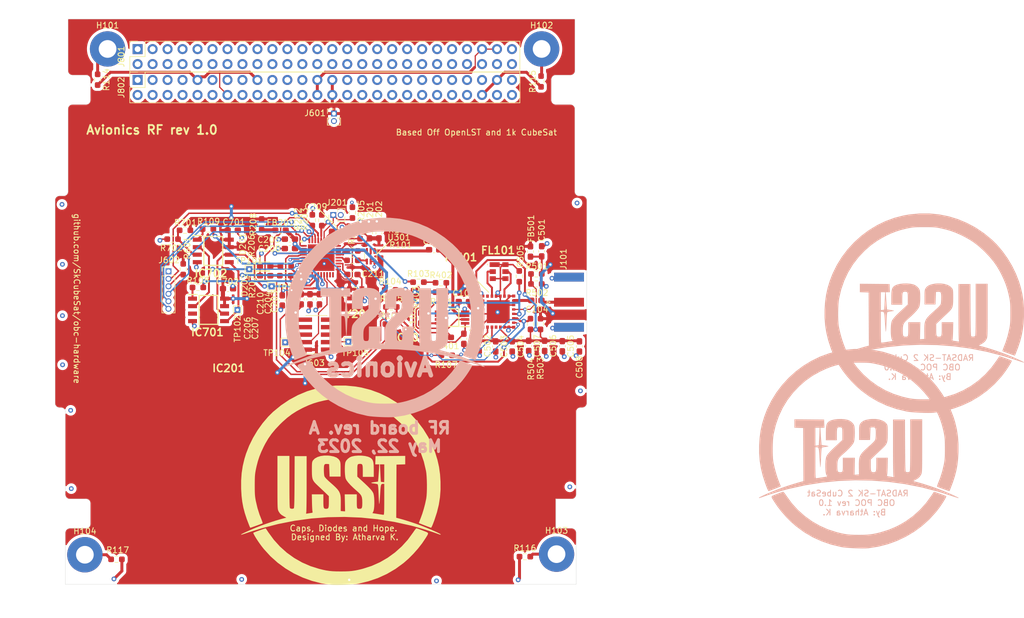
<source format=kicad_pcb>
(kicad_pcb (version 20221018) (generator pcbnew)
  (title_block (title "USST Radio") (rev "A") (company "By: Atharva Kulkarni"))
  (layers (0 "F.Cu" signal) (1 "In1.Cu" signal) (2 "In2.Cu" signal) (31 "B.Cu" signal) (34 "B.Paste" user) (35 "F.Paste" user) (36 "B.SilkS" user "B.Silkscreen") (37 "F.SilkS" user "F.Silkscreen") (38 "B.Mask" user) (39 "F.Mask" user) (44 "Edge.Cuts" user))
  (net 0 "")
  (net 1 "/Balun/UNBALANCED_RF")
  (net 2 "/RF Switch/UNBALANCED_RF")
  (net 3 "/RF Switch/RX")
  (net 4 "/RF Front End/RX")
  (net 5 "/RF Switch/TX")
  (net 6 "/RF Front End/TX")
  (net 7 "/RF Front End/ANTENNA")
  (net 8 "Net-(J101-In)")
  (net 9 "+3.3VA")
  (net 10 "GND")
  (net 11 "Net-(IC201-DCOUPL)")
  (net 12 "Net-(Y201-OUT)")
  (net 13 "/CC1110/CC_SOC_OC")
  (net 14 "Net-(IC401-V2)")
  (net 15 "Net-(C501-Pad1)")
  (net 16 "Net-(IC501-VCC_RX)")
  (net 17 "+3.3V")
  (net 18 "Net-(D201-A)")
  (net 19 "Net-(D202-A)")
  (net 20 "Net-(FB201-Pad1)")
  (net 21 "Net-(FB401-Pad1)")
  (net 22 "/RF Front End/SAW2")
  (net 23 "/RF Front End/SAW1")
  (net 24 "Net-(H101-Pad1)")
  (net 25 "Net-(H102-Pad1)")
  (net 26 "Net-(H103-Pad1)")
  (net 27 "Net-(H104-Pad1)")
  (net 28 "/CC1110/UART0_CTS")
  (net 29 "/CC1110/RF_BYP")
  (net 30 "/CC1110/RF_EN")
  (net 31 "/CC1110/AIN0")
  (net 33 "/MISO")
  (net 34 "/MOSI")
  (net 35 "/CC1110/~{SRAM_CS}")
  (net 36 "/SCK")
  (net 37 "Net-(IC201-P0_6)")
  (net 38 "Net-(IC201-P0_7)")
  (net 39 "/CC1110/~{FLASH_CS}")
  (net 40 "/CC1110/CC_DD")
  (net 41 "/CC1110/CC_DC")
  (net 44 "/CC1110/CC_RF_P")
  (net 45 "/CC1110/CC_RF_N")
  (net 46 "Net-(IC201-RBIAS)")
  (net 47 "Net-(IC201-RESET_N)")
  (net 48 "/CC1110/~{LST_RX_MODE}")
  (net 49 "/CC1110/LST_TX_MODE")
  (net 50 "/CC1110/UART0_TX")
  (net 51 "/CC1110/UART0_RX")
  (net 52 "/CC1110/UART0_RTS")
  (net 53 "Net-(IC401-V1)")
  (net 54 "/RF Front End/LST_TX_MODE")
  (net 55 "/RF Front End/RF_EN")
  (net 56 "/RF Front End/RF_BYP")
  (net 57 "/RF Front End/PA_VAPC")
  (net 61 "/External Memory/~{SRAM_CS}")
  (net 63 "/External Memory/~{FLASH_CS}")
  (net 64 "Net-(IC702-WP#)")
  (net 65 "+3.3VADC")
  (net 66 "Net-(J602-Pin_3)")
  (net 67 "/Connectors/CC_SPI_MISO")
  (net 68 "/Connectors/~{CC_SPI_SSN}")
  (net 69 "/Connectors/CC_SPI_SCK")
  (net 70 "/Connectors/~{RESET}")
  (net 71 "/Connectors/CC_SPI_MOSI")
  (net 72 "+5V")
  (net 73 "/Standard Connector/CANL")
  (net 74 "/Standard Connector/CANH")
  (net 75 "/Balun/CC_RF_P")
  (net 76 "/Balun/CC_RF_N")
  (net 77 "/RF Switch/~{LST_RX_MODE}")
  (net 119 "SDA")
  (net 120 "SCL")
  (footprint "Capacitor_SMD:C_0603_1608Metric_Pad1.08x0.95mm_HandSolder" (layer "F.Cu") (at 141.7 113.8)
    (fp_text reference "C104")
    (fp_text value "220pF")
  )
  (footprint "Resistor_SMD:R_0603_1608Metric_Pad0.98x0.95mm_HandSolder" (layer "F.Cu") (at 67.2846 76.3524 90)
    (fp_text reference "R114")
    (fp_text value "DNP")
  )
  (footprint "Capacitor_SMD:C_0603_1608Metric_Pad1.08x0.95mm_HandSolder" (layer "F.Cu") (at 129.4 114)
    (fp_text reference "C103")
    (fp_text value "220pF")
  )
  (footprint "SamacSys_Parts:SOIC127P600X175-8N" (layer "F.Cu") (at 86.9 105.4)
    (fp_text reference "IC702")
    (fp_text value "SST25VF512A-33-4C-SAE" hide)
  )
  (footprint "Connector_PinHeader_1.27mm:PinHeader_1x06_P1.27mm_Vertical" (layer "F.Cu") (at 79.3 108.86)
    (fp_text reference "J602")
    (fp_text value "Conn_01x06")
  )
  (footprint "SamacSys_Parts:TG2520SMN25000MMCGNNM3" (layer "F.Cu") (at 111.05 112.6)
    (fp_text reference "Y201")
    (fp_text value "TG2520SMN 27.000M-MCGNNM3" hide)
  )
  (footprint "Resistor_SMD:R_0603_1608Metric_Pad0.98x0.95mm_HandSolder" (layer "F.Cu") (at 121.7 110.7)
    (fp_text reference "R103")
    (fp_text value "0R")
  )
  (footprint "Resistor_SMD:R_0603_1608Metric_Pad0.98x0.95mm_HandSolder" (layer "F.Cu") (at 142.494 76.6553 90)
    (fp_text reference "R115")
    (fp_text value "DNP")
  )
  (footprint "Resistor_SMD:R_0603_1608Metric_Pad0.98x0.95mm_HandSolder" (layer "F.Cu") (at 105.3 100.2 -90)
    (fp_text reference "R203")
    (fp_text value " 10k 1%")
  )
  (footprint "SamacSys_Parts:SOIC127P600X175-8N" (layer "F.Cu") (at 86.1 115.4)
    (fp_text reference "IC701")
    (fp_text value "23K256-I_SN" hide)
  )
  (footprint "Capacitor_SMD:C_0603_1608Metric_Pad1.08x0.95mm_HandSolder" (layer "F.Cu") (at 90.2 101.9)
    (fp_text reference "C701")
    (fp_text value "0.1uF")
  )
  (footprint "Resistor_SMD:R_0603_1608Metric_Pad0.98x0.95mm_HandSolder" (layer "F.Cu") (at 103.7 100.1875 90)
    (fp_text reference "R202")
    (fp_text value " 10k 1%")
  )
  (footprint "Resistor_SMD:R_0603_1608Metric_Pad0.98x0.95mm_HandSolder" (layer "F.Cu") (at 111.8 102.4 90)
    (fp_text reference "R201")
    (fp_text value " 56k 1%")
  )
  (footprint "SamacSys_Parts:SF2446E" (layer "F.Cu") (at 135.375 108.91)
    (fp_text reference "FL101")
    (fp_text value "SF2446E" hide)
  )
  (footprint "SamacSys_Parts:QFN50P600X600X100-37N-D" (layer "F.Cu") (at 105.2 106.54)
    (fp_text reference "IC201")
    (fp_text value "CC1110F16RHHR" hide)
  )
  (footprint "Resistor_SMD:R_0603_1608Metric_Pad0.98x0.95mm_HandSolder" (layer "F.Cu") (at 99.1 109.6 180)
    (fp_text reference "R207")
    (fp_text value "1k")
  )
  (footprint "LED_SMD:LED_0603_1608Metric_Pad1.05x0.95mm_HandSolder" (layer "F.Cu") (at 95.7 108)
    (fp_text reference "D201")
    (fp_text value "LED")
  )
  (footprint "Capacitor_SMD:C_0603_1608Metric_Pad1.08x0.95mm_HandSolder" (layer "F.Cu") (at 107.9 102.1)
    (fp_text reference "C209")
    (fp_text value "1uF")
  )
  (footprint "Resistor_SMD:R_0603_1608Metric_Pad0.98x0.95mm_HandSolder" (layer "F.Cu") (at 126.5 123.1138)
    (fp_text reference "R107")
    (fp_text value "0R")
  )
  (footprint "Capacitor_SMD:C_0603_1608Metric_Pad1.08x0.95mm_HandSolder" (layer "F.Cu") (at 142.6 105.4625 90)
    (fp_text reference "C501")
    (fp_text value "0.1uF")
  )
  (footprint "TestPoint:TestPoint_THTPad_1.0x1.0mm_Drill0.5mm" (layer "F.Cu") (at 109.8 120.8)
    (fp_text reference "TP105")
    (fp_text value "CC_DC")
  )
  (footprint "MountingHole:MountingHole_3mm_Pad" (layer "F.Cu") (at 65.119824 156.93166)
    (fp_text reference "H104")
    (fp_text value "MountingHole_Pad")
  )
  (footprint "Capacitor_SMD:C_0603_1608Metric_Pad1.08x0.95mm_HandSolder" (layer "F.Cu") (at 99.9 103.4 180)
    (fp_text reference "C205")
    (fp_text value "0.1uF")
  )
  (footprint "Capacitor_SMD:C_0603_1608Metric_Pad1.08x0.95mm_HandSolder" (layer "F.Cu") (at 89.4 111.8)
    (fp_text reference "C702")
    (fp_text value "0.1uF")
  )
  (footprint "SamacSys_Parts:SOP65P488X107-8N" (layer "F.Cu") (at 127.4 116.7 180)
    (fp_text reference "IC401")
    (fp_text value "PE4250MLI-Z" hide)
  )
  (footprint "Resistor_SMD:R_0603_1608Metric_Pad0.98x0.95mm_HandSolder" (layer "F.Cu") (at 125.5 112.4)
    (fp_text reference "R401")
    (fp_text value "DNP")
  )
  (footprint "MountingHole:MountingHole_3mm_Pad" (layer "F.Cu") (at 145.119824 156.83166)
    (fp_text reference "H103")
    (fp_text value "MountingHole_Pad")
  )
  (footprint "TestPoint:TestPoint_THTPad_1.0x1.0mm_Drill0.5mm" (layer "F.Cu") (at 96.8 111.4)
    (fp_text reference "TP103")
    (fp_text value "SCK")
  )
  (footprint "Inductor_SMD:L_0603_1608Metric_Pad1.05x0.95mm_HandSolder" (layer "F.Cu") (at 126.3396 120.0658 180)
    (fp_text reference "FB401")
    (fp_text value "Z = 1k @ 100M")
  )
  (footprint "Capacitor_SMD:C_0603_1608Metric_Pad1.08x0.95mm_HandSolder" (layer "F.Cu") (at 110.5 109.4 180)
    (fp_text reference "C211")
    (fp_text value "0.01uF")
  )
  (footprint "Capacitor_SMD:C_0603_1608Metric_Pad1.08x0.95mm_HandSolder" (layer "F.Cu") (at 124.3625 105.2)
    (fp_text reference "C101")
    (fp_text value "220pF")
  )
  (footprint "Resistor_SMD:R_0603_1608Metric_Pad0.98x0.95mm_HandSolder" (layer "F.Cu") (at 116.9 112)
    (fp_text reference "R104")
    (fp_text value "0R")
  )
  (footprint "Resistor_SMD:R_0603_1608Metric_Pad0.98x0.95mm_HandSolder" (layer "F.Cu") (at 95.1 100.9 90)
    (fp_text reference "R208")
    (fp_text value "0R")
  )
  (footprint "Capacitor_SMD:C_0603_1608Metric_Pad1.08x0.95mm_HandSolder" (layer "F.Cu") (at 146.1 121.5625 -90)
    (fp_text reference "C505")
    (fp_text value "0.1uF")
  )
  (footprint "Resistor_SMD:R_0603_1608Metric_Pad0.98x0.95mm_HandSolder" (layer "F.Cu") (at 117.1 114.9)
    (fp_text reference "R105")
    (fp_text value "0R")
  )
  (footprint "Connector_PinHeader_1.27mm:PinHeader_2x05_P1.27mm_Vertical_SMD" (layer "F.Cu") (at 104.4 119.6 180)
    (fp_text reference "J603")
    (fp_text value "Conn_02x05_Odd_Even")
  )
  (footprint "Capacitor_SMD:C_0603_1608Metric_Pad1.08x0.95mm_HandSolder" (layer "F.Cu") (at 113.4 102.4 90)
    (fp_text reference "C202")
    (fp_text value "1uF")
  )
  (footprint "Capacitor_SMD:C_0603_1608Metric_Pad1.08x0.95mm_HandSolder" (layer "F.Cu") (at 100.2 113.8 -90)
    (fp_text reference "C207")
    (fp_text value "220pF")
  )
  (footprint "Connector_Coaxial:SMA_Amphenol_132289_EdgeMount" (layer "F.Cu") (at 147.2375 114.1)
    (fp_text reference "J101")
    (fp_text value "Conn_Coaxial")
  )
  (footprint "Resistor_SMD:R_0603_1608Metric_Pad0.98x0.95mm_HandSolder" (layer "F.Cu") (at 141.7 109.3 180)
    (fp_text reference "R501")
    (fp_text value "3.09k 1%")
  )
  (footprint "TestPoint:TestPoint_THTPad_1.0x1.0mm_Drill0.5mm" (layer "F.Cu") (at 93 108.5)
    (fp_text reference "TP101")
    (fp_text value "MISO")
  )
  (footprint "Connector_PinSocket_2.54mm:PinSocket_2x26_P2.54mm_Vertical" (layer "F.Cu") (at 74.0664 76.4032 90)
    (fp_text reference "J802")
    (fp_text value "Conn_02x26_Odd_Even")
  )
  (footprint "Capacitor_SMD:C_0603_1608Metric_Pad1.08x0.95mm_HandSolder" (layer "F.Cu") (at 104.9 113.6 -90)
    (fp_text reference "C203")
    (fp_text value "0.1uF")
  )
  (footprint "Capacitor_SMD:C_0603_1608Metric_Pad1.08x0.95mm_HandSolder" (layer "F.Cu") (at 99.9 105 180)
    (fp_text reference "C208")
    (fp_text value "220pF")
  )
  (footprint "USST_logo:USST_logo" (layer "F.Cu") (at 108.5342 145.161)
    (fp_text reference "G***" hide)
    (fp_text value "LOGO" hide)
  )
  (footprint "Capacitor_SMD:C_0603_1608Metric_Pad1.08x0.95mm_HandSolder" (layer "F.Cu") (at 103.3 113.6 -90)
    (fp_text reference "C204")
    (fp_text value "0.1uF")
  )
  (footprint "Resistor_SMD:R_0603_1608Metric_Pad0.98x0.95mm_HandSolder" (layer "F.Cu") (at 138.8 109.7125 -90)
    (fp_text reference "R505")
    (fp_text value "1k")
  )
  (footprint "Capacitor_SMD:C_0603_1608Metric_Pad1.08x0.95mm_HandSolder" (layer "F.Cu") (at 149 121.6 -90)
    (fp_text reference "C508")
    (fp_text value "0.1uF")
  )
  (footprint "Connector_PinHeader_1.27mm:PinHeader_1x02_P1.27mm_Vertical" (layer "F.Cu") (at 107.25 99.3 90)
    (fp_text reference "J201")
    (fp_text value "Conn_01x02")
  )
  (footprint "Resistor_SMD:R_0603_1608Metric_Pad0.98x0.95mm_HandSolder" (layer "F.Cu") (at 140.7 117.8 -90)
    (fp_text reference "R504")
    (fp_text value "1k")
  )
  (footprint "Resistor_SMD:R_0603_1608Metric_Pad0.98x0.95mm_HandSolder" (layer "F.Cu") (at 80 103.4 180)
    (fp_text reference "R702")
    (fp_text value "10k")
  )
  (footprint "TestPoint:TestPoint_THTPad_1.0x1.0mm_Drill0.5mm" (layer "F.Cu") (at 91 115.4)
    (fp_text reference "TP102")
    (fp_text value "MOSI")
  )
  (footprint "TestPoint:TestPoint_THTPad_1.0x1.0mm_Drill0.5mm" (layer "F.Cu") (at 99.1 120.9)
    (fp_text reference "TP104")
    (fp_text value "CC_DD")
  )
  (footprint "Resistor_SMD:R_0603_1608Metric_Pad0.98x0.95mm_HandSolder" (layer "F.Cu") (at 110.5 105.4)
    (fp_text reference "R102")
    (fp_text value "0R")
  )
  (footprint "Capacitor_SMD:C_0603_1608Metric_Pad1.08x0.95mm_HandSolder" (layer "F.Cu") (at 122.1 116.8 90)
    (fp_text reference "C102")
    (fp_text value "220pF")
  )
  (footprint "Inductor_SMD:L_0603_1608Metric_Pad1.05x0.95mm_HandSolder" (layer "F.Cu") (at 98.3 101.9)
    (fp_text reference "FB201")
    (fp_text value "Z = 1k@ 100MHz")
  )
  (footprint "Resistor_SMD:R_0603_1608Metric_Pad0.98x0.95mm_HandSolder" (layer "F.Cu") (at 82.1 101.9 180)
    (fp_text reference "R701")
    (fp_text value "DNP")
  )
  (footprint "Resistor_SMD:R_0603_1608Metric_Pad0.98x0.95mm_HandSolder" (layer "F.Cu") (at 125.5125 110.8)
    (fp_text reference "R402")
    (fp_text value "0R")
  )
  (footprint "Capacitor_SMD:C_0603_1608Metric_Pad1.08x0.95mm_HandSolder" (layer "F.Cu") (at 132 121.5 -90)
    (fp_text reference "C502")
    (fp_text value "47uF")
  )
  (footprint "Resistor_SMD:R_0603_1608Metric_Pad0.98x0.95mm_HandSolder" (layer "F.Cu") (at 110.5 98.9 90)
    (fp_text reference "R205")
    (fp_text value "10k")
  )
  (footprint "LED_SMD:LED_0603_1608Metric_Pad1.05x0.95mm_HandSolder" (layer "F.Cu") (at 95.7 109.6)
    (fp_text reference "D202")
    (fp_text value "LED")
  )
  (footprint "Capacitor_SMD:C_0603_1608Metric_Pad1.08x0.95mm_HandSolder" (layer "F.Cu") (at 98.6 113.8 -90)
    (fp_text reference "C206")
    (fp_text value "0.1uF")
  )
  (footprint "Capacitor_SMD:C_0603_1608Metric_Pad1.08x0.95mm_HandSolder" (layer "F.Cu") (at 115 102.4 90)
    (fp_text reference "C201")
    (fp_text value "1uF")
  )
  (footprint "Resistor_SMD:R_0603_1608Metric_Pad0.98x0.95mm_HandSolder" (layer "F.Cu") (at 84.2875 111.6 180)
    (fp_text reference "R108")
    (fp_text value "0R")
  )
  (footprint "MountingHole:MountingHole_3mm_Pad" (layer "F.Cu") (at 142.589824 71.14166)
    (fp_text reference "H102")
    (fp_text value "MountingHole_Pad")
  )
  (footprint "Capacitor_SMD:C_0603_1608Metric_Pad1.08x0.95mm_HandSolder" (layer "F.Cu") (at 101.8 113.6 -90)
    (fp_text reference "C210")
    (fp_text value "0.1uF")
  )
  (footprint "Resistor_SMD:R_0603_1608Metric_Pad0.98x0.95mm_HandSolder" (layer "F.Cu") (at 81.8 108.5 90)
    (fp_text reference "R601")
    (fp_text value "DNP")
  )
  (footprint "Resistor_SMD:R_0603_1608Metric_Pad0.98x0.95mm_HandSolder" (layer "F.Cu") (at 141.7 111)
    (fp_text reference "R502")
    (fp_text value "6.65k 1%")
  )
  (footprint "Resistor_SMD:R_0603_1608Metric_Pad0.98x0.95mm_HandSolder" (layer "F.Cu") (at 110.5 107)
    (fp_text reference "R101")
    (fp_text value "0R")
  )
  (footprint "RF_Converter:Balun_Johanson_0896BM15A0001" (layer "F.Cu") (at 113.6 106.3 -90)
    (fp_text reference "U301")
    (fp_text value "0433BM15A0001")
  )
  (footprint "Capacitor_SMD:C_0603_1608Metric_Pad1.08x0.95mm_HandSolder" (layer "F.Cu") (at 143.1 121.5 -90)
    (fp_text reference "C506")
    (fp_text value "0.1uF")
  )
  (footprint "Connector_PinHeader_1.27mm:PinHeader_1x02_P1.27mm_Vertical" (layer "F.Cu") (at 107.3658 82.1032)
    (fp_text reference "J601")
    (fp_text value "Conn_01x02")
  )
  (footprint "Resistor_SMD:R_0603_1608Metric_Pad0.98x0.95mm_HandSolder" (layer "F.Cu") (at 142.4 117.8 90)
    (fp_text reference "R503")
    (fp_text value "0R")
  )
  (footprint "MountingHole:MountingHole_3mm_Pad" (layer "F.Cu") (at 68.969824 71.14166)
    (fp_text reference "H101")
    (fp_text value "MountingHole_Pad")
  )
  (footprint "Inductor_SMD:L_0603_1608Metric_Pad1.05x0.95mm_HandSolder" (layer "F.Cu") (at 140.7 105.5 90)
    (fp_text reference "FB501")
    (fp_text value "Z = 1k @ 100M")
  )
  (footprint "Resistor_SMD:R_0603_1608Metric_Pad0.98x0.95mm_HandSolder" (layer "F.Cu") (at 70.4831 157.7086 180)
    (fp_text reference "R117")
    (fp_text value "DNP")
  )
  (footprint "Connector_PinSocket_2.54mm:PinSocket_2x26_P2.54mm_Vertical" (layer "F.Cu") (at 74.0664 71.1708 90)
    (fp_text reference "J801")
    (fp_text value "Conn_02x26_Odd_Even")
  )
  (footprint "Resistor_SMD:R_0603_1608Metric_Pad0.98x0.95mm_HandSolder" (layer "F.Cu") (at 117 117.8)
    (fp_text reference "R106")
    (fp_text value "0R")
  )
  (footprint "Capacitor_SMD:C_0603_1608Metric_Pad1.08x0.95mm_HandSolder" (layer "F.Cu") (at 129.4 120.3 -90)
    (fp_text reference "C401")
    (fp_text value "0.1uF")
  )
  (footprint "Capacitor_SMD:C_0603_1608Metric_Pad1.08x0.95mm_HandSolder" (layer "F.Cu") (at 140.4 121.5 -90)
    (fp_text reference "C507")
    (fp_text value "1uF")
  )
  (footprint "Resistor_SMD:R_0603_1608Metric_Pad0.98x0.95mm_HandSolder" (layer "F.Cu") (at 99.2 108 180)
    (fp_text reference "R206")
    (fp_text value "1k")
  )
  (footprint "Capacitor_SMD:C_0603_1608Metric_Pad1.08x0.95mm_HandSolder" (layer "F.Cu") (at 134.8 121.6 -90)
    (fp_text reference "C503")
    (fp_text value "47uF")
  )
  (footprint "SamacSys_Parts:RFFM6403" (layer "F.Cu") (at 135.225 115.7 180)
    (fp_text reference "IC501")
    (fp_text value "RFFM6406SR\n" hide)
  )
  (footprint "Resistor_SMD:R_0603_1608Metric_Pad0.98x0.95mm_HandSolder" (layer "F.Cu") (at 122.7 113.3 90)
    (fp_text reference "R403")
    (fp_text value "0R")
  )
  (footprint "Capacitor_SMD:C_0603_1608Metric_Pad1.08x0.95mm_HandSolder" (layer "F.Cu") (at 137.6 121.6 -90)
    (fp_text reference "C504")
    (fp_text value "4.7uF")
  )
  (footprint "Resistor_SMD:R_0603_1608Metric_Pad0.98x0.95mm_HandSolder" (layer "F.Cu") (at 86 101.7 180)
    (fp_text reference "R109")
    (fp_text value "0R")
  )
  (footprint "Resistor_SMD:R_0603_1608Metric_Pad0.98x0.95mm_HandSolder" (layer "F.Cu") (at 139.7527 157.2514)
    (fp_text reference "R116")
    (fp_text value "DNP")
  )
  (footprint "USST_logo:USST_logo" (layer "B.Cu") (at 196.390576 138.95214 180)
    (fp_text reference "G***" hide)
    (fp_text value "LOGO" hide)
  )
  (footprint "USST_logo:USST_logo" (layer "B.Cu") (at 207.490376 115.96514 180)
    (fp_text reference "G***" hide)
    (fp_text value "LOGO" hide)
  )
  (footprint "USST_logo:USST_logo" (layer "B.Cu") (at 116 116.7 180)
    (fp_text reference "G***")
    (fp_text value "LOGO" hide)
  )
  (gr_line (start 104.85139 98.35139) (end 107.9 101.4) (stroke (width 0.15)) (layer "F.SilkS"))
  (gr_line (start 114.65 105.95) (end 117.1 103.5) (stroke (width 0.15)) (layer "F.SilkS"))
  (gr_line (start 133.627607 112.427607) (end 128.5 107.3) (stroke (width 0.15)) (layer "F.SilkS"))
  (gr_arc (start 62.569824 147.46166) (mid 62.03949 147.241994) (end 61.819824 146.71166) (stroke (width 0.05)) (layer "Edge.Cuts"))
  (gr_line (start 148.219824 81.32166) (end 148.219824 95.32166) (stroke (width 0.05)) (layer "Edge.Cuts"))
  (gr_line (start 62.269824 66.07166) (end 148.239824 66.07166) (stroke (width 0.05)) (layer "Edge.Cuts"))
  (gr_arc (start 66.069824 79.82166) (mid 65.850158 80.351994) (end 65.319824 80.57166) (stroke (width 0.05)) (layer "Edge.Cuts"))
  (gr_arc (start 148.439824 146.71166) (mid 148.220158 147.241994) (end 147.689824 147.46166) (stroke (width 0.05)) (layer "Edge.Cuts"))
  (gr_line (start 61.819824 132.71166) (end 61.819824 146.71166) (stroke (width 0.05)) (layer "Edge.Cuts"))
  (gr_arc (start 144.989824 80.57166) (mid 144.45949 80.351994) (end 144.239824 79.82166) (stroke (width 0.05)) (layer "Edge.Cuts"))
  (gr_arc (start 60.069824 96.82166) (mid 60.289498 96.291334) (end 60.819824 96.07166) (stroke (width 0.05)) (layer "Edge.Cuts"))
  (gr_arc (start 61.819824 153.21166) (mid 62.039498 152.681334) (end 62.569824 152.46166) (stroke (width 0.05)) (layer "Edge.Cuts"))
  (gr_line (start 66.069824 76.32166) (end 66.069824 79.82166) (stroke (width 0.05)) (layer "Edge.Cuts"))
  (gr_line (start 62.269824 66.07166) (end 62.269824 74.82166) (stroke (width 0.05)) (layer "Edge.Cuts"))
  (gr_arc (start 62.269824 95.32166) (mid 62.050158 95.851994) (end 61.519824 96.07166) (stroke (width 0.05)) (layer "Edge.Cuts"))
  (gr_line (start 144.239824 76.32166) (end 144.239824 79.82166) (stroke (width 0.05)) (layer "Edge.Cuts"))
  (gr_line (start 65.319824 80.57166) (end 63.019824 80.57166) (stroke (width 0.05)) (layer "Edge.Cuts"))
  (gr_line (start 66.069824 148.21166) (end 66.069824 151.71166) (stroke (width 0.05)) (layer "Edge.Cuts"))
  (gr_line (start 147.489824 75.57166) (end 144.989824 75.57166) (stroke (width 0.05)) (layer "Edge.Cuts"))
  (gr_arc (start 148.439824 132.71166) (mid 148.659498 132.181334) (end 149.189824 131.96166) (stroke (width 0.05)) (layer "Edge.Cuts"))
  (gr_arc (start 66.069824 151.71166) (mid 65.850158 152.241994) (end 65.319824 152.46166) (stroke (width 0.05)) (layer "Edge.Cuts"))
  (gr_arc (start 63.019824 75.57166) (mid 62.48949 75.351994) (end 62.269824 74.82166) (stroke (width 0.05)) (layer "Edge.Cuts"))
  (gr_line (start 144.989824 152.46166) (end 147.689824 152.46166) (stroke (width 0.05)) (layer "Edge.Cuts"))
  (gr_line (start 60.069824 96.82166) (end 60.069824 131.21166) (stroke (width 0.05)) (layer "Edge.Cuts"))
  (gr_arc (start 148.239824 74.82166) (mid 148.020158 75.351994) (end 147.489824 75.57166) (stroke (width 0.05)) (layer "Edge.Cuts"))
  (gr_line (start 148.239824 66.07166) (end 148.239824 74.82166) (stroke (width 0.05)) (layer "Edge.Cuts"))
  (gr_line (start 147.689824 147.46166) (end 144.989824 147.46166) (stroke (width 0.05)) (layer "Edge.Cuts"))
  (gr_line (start 144.989824 147.46166) (end 144.989824 152.46166) (stroke (width 0.1)) (layer "Edge.Cuts"))
  (gr_line (start 149.489824 131.96166) (end 149.189824 131.96166) (stroke (width 0.05)) (layer "Edge.Cuts"))
  (gr_arc (start 148.969824 96.07166) (mid 148.439491 95.851993) (end 148.219824 95.32166) (stroke (width 0.05)) (layer "Edge.Cuts"))
  (gr_arc (start 147.469824 80.57166) (mid 148.000151 80.791333) (end 148.219824 81.32166) (stroke (width 0.05)) (layer "Edge.Cuts"))
  (gr_line (start 148.439824 132.71166) (end 148.439824 146.71166) (stroke (width 0.05)) (layer "Edge.Cuts"))
  (gr_arc (start 149.489824 96.07166) (mid 150.020151 96.291333) (end 150.239824 96.82166) (stroke (width 0.05)) (layer "Edge.Cuts"))
  (gr_line (start 62.569824 147.46166) (end 65.319824 147.46166) (stroke (width 0.05)) (layer "Edge.Cuts"))
  (gr_arc (start 65.319824 147.46166) (mid 65.850151 147.681333) (end 66.069824 148.21166) (stroke (width 0.05)) (layer "Edge.Cuts"))
  (gr_arc (start 147.689824 152.46166) (mid 148.220151 152.681333) (end 148.439824 153.21166) (stroke (width 0.05)) (layer "Edge.Cuts"))
  (gr_line (start 148.439824 153.21166) (end 148.439824 161.96166) (stroke (width 0.05)) (layer "Edge.Cuts"))
  (gr_line (start 65.319824 152.46166) (end 62.569824 152.46166) (stroke (width 0.05)) (layer "Edge.Cuts"))
  (gr_arc (start 144.239824 76.32166) (mid 144.459498 75.791334) (end 144.989824 75.57166) (stroke (width 0.05)) (layer "Edge.Cuts"))
  (gr_line (start 144.989824 80.57166) (end 147.469824 80.57166) (stroke (width 0.05)) (layer "Edge.Cuts"))
  (gr_line (start 150.239824 96.82166) (end 150.239824 131.21166) (stroke (width 0.05)) (layer "Edge.Cuts"))
  (gr_arc (start 62.269824 81.32166) (mid 62.489498 80.791334) (end 63.019824 80.57166) (stroke (width 0.05)) (layer "Edge.Cuts"))
  (gr_arc (start 65.319824 75.57166) (mid 65.850151 75.791333) (end 66.069824 76.32166) (stroke (width 0.05)) (layer "Edge.Cuts"))
  (gr_line (start 148.439824 161.96166) (end 61.819824 161.96166) (stroke (width 0.05)) (layer "Edge.Cuts"))
  (gr_line (start 63.019824 75.57166) (end 65.319824 75.57166) (stroke (width 0.05)) (layer "Edge.Cuts"))
  (gr_line (start 61.519824 96.07166) (end 60.819824 96.07166) (stroke (width 0.05)) (layer "Edge.Cuts"))
  (gr_line (start 60.819824 131.96166) (end 61.069824 131.96166) (stroke (width 0.05)) (layer "Edge.Cuts"))
  (gr_line (start 61.819824 153.21166) (end 61.819824 161.96166) (stroke (width 0.05)) (layer "Edge.Cuts"))
  (gr_arc (start 60.819824 131.96166) (mid 60.28949 131.741994) (end 60.069824 131.21166) (stroke (width 0.05)) (layer "Edge.Cuts"))
  (gr_line (start 148.969824 96.07166) (end 149.489824 96.07166) (stroke (width 0.05)) (layer "Edge.Cuts"))
  (gr_arc (start 150.239824 131.21166) (mid 150.020158 131.741994) (end 149.489824 131.96166) (stroke (width 0.05)) (layer "Edge.Cuts"))
  (gr_line (start 62.269824 81.32166) (end 62.269824 95.32166) (stroke (width 0.05)) (layer "Edge.Cuts"))
  (gr_arc (start 61.069824 131.96166) (mid 61.600151 132.181333) (end 61.819824 132.71166) (stroke (width 0.05)) (layer "Edge.Cuts"))
  (gr_text "May 22, 2023\n" (at 125.9 139.7) (layer "B.SilkS") (effects (font (size 2 2) (thickness 0.5) bold) (justify left bottom mirror)))
  (gr_text "RADSAT-SK 2 CubeSat\n   OBC POC rev 1.0 \n     By: Atharva K." (at 204.924976 150.33134) (layer "B.SilkS") (effects (font (size 1 1)) (justify left bottom mirror)))
  (gr_text "RF board rev. A" (at 127.4 136.6) (layer "B.SilkS") (effects (font (size 2 2) (thickness 0.5) bold) (justify left bottom mirror)))
  (gr_text "RADSAT-SK 2 CubeSat\n   OBC POC rev 1.0 \n     By: Atharva K." (at 216.024776 127.34434) (layer "B.SilkS") (effects (font (size 1 1)) (justify left bottom mirror)))
  (gr_text "Avionics" (at 124.6 126.9) (layer "B.SilkS") (effects (font (size 3 3) (thickness 0.75) bold) (justify left bottom mirror)))
  (gr_text "Designed By: Atharva K. \n" (at 99.9744 154.5336) (layer "F.SilkS") (effects (font (size 1 1)) (justify left bottom)))
  (gr_text "Based Off OpenLST and 1k CubeSat\n" (at 117.7798 85.8774) (layer "F.SilkS") (effects (font (size 1 1)) (justify left bottom)))
  (gr_text "Avionics RF rev 1.0" (at 65.2018 85.7504) (layer "F.SilkS") (effects (font (size 1.5 1.5) (thickness 0.3) bold) (justify left bottom)))
  (gr_text "Caps, Diodes and Hope." (at 99.7744 153.0336) (layer "F.SilkS") (effects (font (size 1 1)) (justify left bottom)))
  (gr_text "github.com/SkCubeSat/obc-hardware" (at 63.1698 98.9584 -90) (layer "F.SilkS") (effects (font (size 1 1)) (justify left bottom)))
  (segment (start 123.3 105.4) (end 123.5 105.2) (width 0.3302) (layer "F.Cu") (net 1))
  (segment (start 114.25 105.4) (end 123.3 105.4) (width 0.508) (layer "F.Cu") (net 1))
  (segment (start 127.5354 107.5104) (end 127.5354 115.3421) (width 0.508) (layer "F.Cu") (net 2))
  (segment (start 128.5683 116.375) (end 129.612 116.375) (width 0.508) (layer "F.Cu") (net 2))
  (segment (start 127.5354 115.3421) (end 128.5683 116.375) (width 0.508) (layer "F.Cu") (net 2))
  (segment (start 125.225 105.2) (end 127.5354 107.5104) (width 0.508) (layer "F.Cu") (net 2))
  (segment (start 125.188 117.675) (end 123.3125 117.675) (width 0.3302) (layer "F.Cu") (net 3))
  (segment (start 122.1125 117.675) (end 122.1 117.6625) (width 0.3302) (layer "F.Cu") (net 3))
  (segment (start 123.3125 117.675) (end 122.1125 117.675) (width 0.3302) (layer "F.Cu") (net 3))
  (segment (start 123.3125 117.675) (end 123.3 117.6625) (width 0.3302) (layer "F.Cu") (net 3))
  (segment (start 131.822916 115.115884) (end 132.032032 115.325) (width 0.3302) (layer "F.Cu") (net 4))
  (segment (start 132.032032 115.325) (end 132.6 115.325) (width 0.3302) (layer "F.Cu") (net 4))
  (segment (start 123.3375 115.9375) (end 123.4 116) (width 0.3302) (layer "F.Cu") (net 4))
  (segment (start 122.1 115.9375) (end 123.3375 115.9375) (width 0.3302) (layer "F.Cu") (net 4))
  (via (at 131.822916 115.115884) (size 0.8) (drill 0.4) (layers "F.Cu" "B.Cu") (net 4))
  (via (at 123.4 116) (size 0.8) (drill 0.4) (layers "F.Cu" "B.Cu") (net 4))
  (segment (start 131.822916 115.115884) (end 130.9388 116) (width 0.3302) (layer "B.Cu") (net 4))
  (segment (start 130.9388 116) (end 123.4 116) (width 0.3302) (layer "B.Cu") (net 4))
  (segment (start 126.252419 115.725) (end 126.742019 115.2354) (width 0.3302) (layer "F.Cu") (net 5))
  (segment (start 128.5375 114) (end 128.5375 114.7625) (width 0.3302) (layer "F.Cu") (net 5))
  (segment (start 125.188 115.725) (end 126.252419 115.725) (width 0.3302) (layer "F.Cu") (net 5))
  (segment (start 128.5375 114.7625) (end 128.3 115) (width 0.3302) (layer "F.Cu") (net 5))
  (via (at 126.742019 115.2354) (size 0.8) (drill 0.4) (layers "F.Cu" "B.Cu") (net 5))
  (via (at 128.3 115) (size 0.8) (drill 0.4) (layers "F.Cu" "B.Cu") (net 5))
  (segment (start 128.3 115) (end 126.977419 115) (width 0.3302) (layer "B.Cu") (net 5))
  (segment (start 126.977419 115) (end 126.742019 115.2354) (width 0.3302) (layer "B.Cu") (net 5))
  (segment (start 130.2625 114.7625) (end 132.325 116.825) (width 0.508) (layer "F.Cu") (net 6))
  (segment (start 130.2625 114) (end 130.2625 114.7625) (width 0.508) (layer "F.Cu") (net 6))
  (segment (start 132.325 116.825) (end 132.6 116.825) (width 0.3302) (layer "F.Cu") (net 6))
  (segment (start 140.8375 113.8) (end 137.875 113.8) (width 0.508) (layer "F.Cu") (net 7))
  (segment (start 137.875 113.8) (end 137.85 113.825) (width 0.3302) (layer "F.Cu") (net 7))
  (segment (start 142.8625 114.1) (end 142.5625 113.8) (width 0.508) (layer "F.Cu") (net 8))
  (segment (start 147.2375 114.1) (end 142.8625 114.1) (width 0.508) (layer "F.Cu") (net 8))
  (segment (start 100.2 112.9375) (end 100.2 112.087) (width 0.2) (layer "F.Cu") (net 9))
  (segment (start 101.8286 110.2106) (end 102.5992 109.44) (width 0.5) (layer "F.Cu") (net 9))
  (segment (start 108.437095 100.6464) (end 109.037705 100.6464) (width 0.25) (layer "F.Cu") (net 9))
  (segment (start 108.1 105.04) (end 108.664505 105.04) (width 0.25) (layer "F.Cu") (net 9))
  (segment (start 100.8025 105.04) (end 100.7625 105) (width 0.2) (layer "F.Cu") (net 9))
  (segment (start 109.987 111.887) (end 110 111.9) (width 0.5) (layer "F.Cu") (net 9))
  (segment (start 100.2 112.087) (end 100.1776 112.0646) (width 0.2) (layer "F.Cu") (net 9))
  (segment (start 108.4624 107.04) (end 108.5124 107.09) (width 0.2) (layer "F.Cu") (net 9))
  (segment (start 112.5375 104.125) (end 113.4 103.2625) (width 0.25) (layer "F.Cu") (net 9))
  (segment (start 108.1 105.04) (end 108.1 105.54) (width 0.25) (layer "F.Cu") (net 9))
  (segment (start 108.1 109.16014) (end 109.11486 110.175) (width 0.2) (layer "F.Cu") (net 9))
  (segment (start 110.49 107.4166) (end 110.49 105.035495) (width 0.2) (layer "F.Cu") (net 9))
  (segment (start 108.5124 107.09) (end 108.63225 107.09) (width 0.2) (layer "F.Cu") (net 9))
  (segment (start 109.037705 100.6464) (end 110.891305 102.5) (width 0.25) (layer "F.Cu") (net 9))
  (segment (start 110.16014 110.175) (end 110.49 109.84514) (width 0.2) (layer "F.Cu") (net 9))
  (segment (start 109.3 107.775) (end 109.3216 107.775) (width 0.2) (layer "F.Cu") (net 9))
  (segment (start 100.7625 103.473807) (end 100.7625 104.2162) (width 0.7) (layer "F.Cu") (net 9))
  (segment (start 99.175 101.9) (end 99.188693 101.9) (width 0.7) (layer "F.Cu") (net 9))
  (segment (start 112.6375 102.5) (end 113.4 103.2625) (width 0.25) (layer "F.Cu") (net 9))
  (segment (start 102.3 105.04) (end 100.8025 105.04) (width 0.2) (layer "F.Cu") (net 9))
  (segment (start 98.7755 112.762) (end 98.6 112.9375) (width 0.2) (layer "F.Cu") (net 9))
  (segment (start 108.664505 105.04) (end 109.579505 104.125) (width 0.25) (layer "F.Cu") (net 9))
  (segment (start 110.49 109.84514) (end 110.49 107.4166) (width 0.2) (layer "F.Cu") (net 9))
  (segment (start 107.2 103.64) (end 106.7 103.64) (width 0.25) (layer "F.Cu") (net 9))
  (segment (start 108.1 111.1734) (end 108.1 108.64) (width 0.5) (layer "F.Cu") (net 9))
  (segment (start 108.1 108.54) (end 108.1 109.16014) (width 0.2) (layer "F.Cu") (net 9))
  (segment (start 109.11486 110.175) (end 110.16014 110.175) (width 0.2) (layer "F.Cu") (net 9))
  (segment (start 102.5992 109.44) (end 103.1 109.44) (width 0.5) (layer "F.Cu") (net 9))
  (segment (start 107.9 102.94) (end 107.9 101.183495) (width 0.25) (layer "F.Cu") (net 9))
  (segment (start 107.9 101.183495) (end 108.437095 100.6464) (width 0.25) (layer "F.Cu") (net 9))
  (segment (start 110.1316 107.775) (end 109.3 107.775) (width 0.2) (layer "F.Cu") (net 9))
  (segment (start 109.579505 104.125) (end 112.5375 104.125) (width 0.25) (layer "F.Cu") (net 9))
  (segment (start 108.8136 111.887) (end 108.1 111.1734) (width 0.5) (layer "F.Cu") (net 9))
  (segment (start 110.49 107.4166) (end 110.1316 107.775) (width 0.2) (layer "F.Cu") (net 9))
  (segment (start 110.891305 102.5) (end 112.6375 102.5) (width 0.25) (layer "F.Cu") (net 9))
  (segment (start 110.49 105.035495) (end 109.579505 104.125) (width 0.2) (layer "F.Cu") (net 9))
  (segment (start 108.8136 111.887) (end 109.987 111.887) (width 0.5) (layer "F.Cu") (net 9))
  (segment (start 100.7625 103.4) (end 100.7625 104.2162) (width 0.5) (layer "F.Cu") (net 9))
  (segment (start 108.1 107.04) (end 108.4624 107.04) (width 0.2) (layer "F.Cu") (net 9))
  (segment (start 115 103.2625) (end 113.4 103.2625) (width 0.7) (layer "F.Cu") (net 9))
  (segment (start 107.2 103.64) (end 107.9 102.94) (width 0.25) (layer "F.Cu") (net 9))
  (segment (start 99.188693 101.9) (end 100.7625 103.473807) (width 0.7) (layer "F.Cu") (net 9))
  (segment (start 98.7755 112.141) (end 98.7755 112.762) (width 0.2) (layer "F.Cu") (net 9))
  (segment (start 100.7625 104.2162) (end 100.7625 105) (width 0.7) (layer "F.Cu") (net 9))
  (via (at 114.427 113.5126) (size 0.8) (drill 0.4) (layers "F.Cu" "B.Cu") (net 9))
  (via (at 108.8136 111.887) (size 0.8) (drill 0.4) (layers "F.Cu" "B.Cu") (net 9))
  (via (at 98.7755 112.141) (size 0.6) (drill 0.3) (layers "F.Cu" "B.Cu") (net 9))
  (via (at 100.7625 104.2162) (size 0.8) (drill 0.4) (layers "F.Cu" "B.Cu") (net 9))
  (via (at 100.1776 112.0646) (size 0.6) (drill 0.3) (layers "F.Cu" "B.Cu") (net 9))
  (via (at 101.8286 110.2106) (size 0.8) (drill 0.4) (layers "F.Cu" "B.Cu") (net 9))
  (segment (start 116.293 111.6466) (end 114.427 113.5126) (width 0.5) (layer "B.Cu") (net 9))
  (segment (start 100.7625 104.2162) (end 101.782251 105.235951) (width 0.5) (layer "B.Cu") (net 9))
  (segment (start 116.293 109.085539) (end 116.293 111.6466) (width 0.5) (layer "B.Cu") (net 9))
  (segment (start 101.8286 110.2106) (end 102.402559 109.636641) (width 0.5) (layer "B.Cu") (net 9))
  (segment (start 103.769241 109.636641) (end 104.55 110.4174) (width 0.5) (layer "B.Cu") (net 9))
  (segment (start 112.443412 105.235951) (end 116.293 109.085539) (width 0.5) (layer "B.Cu") (net 9))
  (segment (start 100.1776 112.0646) (end 98.8519 112.0646) (width 0.2) (layer "B.Cu") (net 9))
  (segment (start 104.889783 111.887) (end 108.8136 111.887) (width 0.5) (layer "B.Cu") (net 9))
  (segment (start 104.55 110.4174) (end 104.55 111.547217) (width 0.5) (layer "B.Cu") (net 9))
  (segment (start 98.8519 112.0646) (end 98.7755 112.141) (width 0.2) (layer "B.Cu") (net 9))
  (segment (start 102.402559 109.636641) (end 103.769241 109.636641) (width 0.5) (layer "B.Cu") (net 9))
  (segment (start 104.55 111.547217) (end 104.889783 111.887) (width 0.5) (layer "B.Cu") (net 9))
  (segment (start 101.782251 105.235951) (end 112.443412 105.235951) (width 0.5) (layer "B.Cu") (net 9))
  (segment (start 83.388 117.305) (end 83.388 117.8304) (width 0.25) (layer "F.Cu") (net 10))
  (segment (start 135.6 110.025) (end 135.6 112.05) (width 0.25) (layer "F.Cu") (net 10))
  (segment (start 98.6 114.6625) (end 98.6 115.1417) (width 0.25) (layer "F.Cu") (net 10))
  (segment (start 136.3264 75.1032) (end 135.0264 76.4032) (width 0.5) (layer "F.Cu") (net 10))
  (segment (start 86.227922 75.1032) (end 85.4664 75.864722) (width 0.5) (layer "F.Cu") (net 10))
  (segment (start 137.72 107.72) (end 138.8 108.8) (width 0.25) (layer "F.Cu") (net 10))
  (segment (start 137.038 118.7654) (end 136.9568 118.8466) (width 0.25) (layer "F.Cu") (net 10))
  (segment (start 132 123.0846) (end 132.08 123.1646) (width 0.25) (layer "F.Cu") (net 10))
  (segment (start 129.612 115.295508) (end 129.552176 115.235684) (width 0.25) (layer "F.Cu") (net 10))
  (segment (start 137.038 118.325) (end 137.038 118.7654) (width 0.25) (layer "F.Cu") (net 10))
  (segment (start 140.4 122.3625) (end 140.4 123.001) (width 0.25) (layer "F.Cu") (net 10))
  (segment (start 100.2 115.186) (end 100.8634 115.8494) (width 0.25) (layer "F.Cu") (net 10))
  (segment (start 137.85 113.05) (end 137.325 113.05) (width 0.25) (layer "F.Cu") (net 10))
  (segment (start 91.0625 102.5179) (end 91.7448 103.2002) (width 0.25) (layer "F.Cu") (net 10))
  (segment (start 97.946 105) (end 97.9424 105.0036) (width 0.25) (layer "F.Cu") (net 10))
  (segment (start 149 122.4625) (end 149 122.6022) (width 0.25) (layer "F.Cu") (net 10))
  (segment (start 149 122.6022) (end 148.4376 123.1646) (width 0.25) (layer "F.Cu") (net 10))
  (segment (start 136.45 110.1) (end 134.3 110.1) (width 0.25) (layer "F.Cu") (net 10))
  (segment (start 71.3956 159.6936) (end 70.0532 161.036) (width 0.5) (layer "F.Cu") (net 10))
  (segment (start 78.0576 103.4) (end 77.851 103.6066) (width 0.25) (layer "F.Cu") (net 10))
  (segment (start 108.7625 102.1) (end 108.7625 101.3965) (width 0.25) (layer "F.Cu") (net 10))
  (segment (start 134.8 123.3954) (end 134.8232 123.4186) (width 0.25) (layer "F.Cu") (net 10))
  (segment (start 104.7 114.6625) (end 104.9 114.4625) (width 0.25) (layer "F.Cu") (net 10))
  (segment (start 143.1 123.0086) (end 143.383 123.2916) (width 0.25) (layer "F.Cu") (net 10))
  (segment (start 101.8 114.9128) (end 100.8634 115.8494) (width 0.25) (layer "F.Cu") (net 10))
  (segment (start 134.625 107.72) (end 137.72 107.72) (width 0.25) (layer "F.Cu") (net 10))
  (segment (start 135.225 115.7016) (end 135.128 115.7986) (width 0.25) (layer "F.Cu") (net 10))
  (segment (start 135.6 112.05) (end 135.1534 112.4966) (width 0.25) (layer "F.Cu") (net 10))
  (segment (start 132.6 113.05) (end 132.6 112.8896) (width 0.25) (layer "F.Cu") (net 10))
  (segment (start 99.0375 103.4) (end 98.0728 103.4) (width 0.25) (layer "F.Cu") (net 10))
  (segment (start 79.0875 103.4) (end 78.0576 103.4) (width 0.25) (layer "F.Cu") (net 10))
  (segment (start 111.8 100.544) (end 111.887 100.457) (width 0.25) (layer "F.Cu") (net 10))
  (segment (start 146.1 122.425) (end 146.1 123.0114) (width 0.25) (layer "F.Cu") (net 10))
  (segment (start 147.2375 118.35) (end 144.5908 118.35) (width 0.25) (layer "F.Cu") (net 10))
  (segment (start 134.85 116.075) (end 135.225 115.7) (width 0.25) (layer "F.Cu") (net 10))
  (segment (start 83.388 117.8304) (end 83.693 118.1354) (width 0.25) (layer "F.Cu") (net 10))
  (segment (start 114.95 101.4875) (end 115 101.5375) (width 0.25) (layer "F.Cu") (net 10))
  (segment (start 111.8 101.4875) (end 111.8 100.544) (width 0.25) (layer "F.Cu") (net 10))
  (segment (start 104.9 114.810756) (end 104.280676 115.43008) (width 0.25) (layer "F.Cu") (net 10))
  (segment (start 132.6 117.85) (end 132.6 118.35) (width 0.25) (layer "F.Cu") (net 10))
  (segment (start 101.8 114.4625) (end 101.8 114.9128) (width 0.25) (layer "F.Cu") (net 10))
  (segment (start 90.2625 111.8) (end 90.2625 111.4063) (width 0.25) (layer "F.Cu") (net 10))
  (segment (start 137.063 118.35) (end 137.038 118.325) (width 0.25) (layer "F.Cu") (net 10))
  (segment (start 137.6 122.4625) (end 137.6 123.1728) (width 0.25) (layer "F.Cu") (net 10))
  (segment (start 94.825 106.057654) (end 95.0722 105.810454) (width 0.25) (layer "F.Cu") (net 10))
  (segment (start 136.45 107.72) (end 136.06 107.72) (width 0.25) (layer "F.Cu") (net 10))
  (segment (start 125.188 116.375) (end 125.9754 116.375) (width 0.25) (layer "F.Cu") (net 10))
  (segment (start 93.0864 75.1032) (end 87.9856 75.1032) (width 0.5) (layer "F.Cu") (net 10))
  (segment (start 115 100.7506) (end 114.6302 100.3808) (width 0.25) (layer "F.Cu") (net 10))
  (segment (start 137.6 123.1728) (end 137.7188 123.2916) (width 0.25) (layer "F.Cu") (net 10))
  (segment (start 87.9856 75.1032) (end 86.227922 75.1032) (width 0.5) (layer "F.Cu") (net 10))
  (segment (start 140.4 123.001) (end 140.5128 123.1138) (width 0.25) (layer "F.Cu") (net 10))
  (segment (start 129.612 115.725) (end 129.612 115.295508) (width 0.25) (layer "F.Cu") (net 10))
  (segment (start 135.225 115.7) (end 134.75 115.7) (width 0.25) (layer "F.Cu") (net 10))
  (segment (start 84.188 107.9884) (end 84.0232 108.1532) (width 0.25) (layer "F.Cu") (net 10))
  (segment (start 104.9 114.4625) (end 104.9 114.810756) (width 0.25) (layer "F.Cu") (net 10))
  (segment (start 113.4 101.5375) (end 113.4 100.5476) (width 0.25) (layer "F.Cu") (net 10))
  (segment (start 103.7 98.2554) (end 103.7844 98.171) (width 0.25) (layer "F.Cu") (net 10))
  (segment (start 99.0375 105) (end 97.946 105) (width 0.25) (layer "F.Cu") (net 10))
  (segment (start 135.588 113.075) (end 134.862 113.075) (width 0.25) (layer "F.Cu") (net 10))
  (segment (start 134.862 112.788) (end 135.1534 112.4966) (width 0.25) (layer "F.Cu") (net 10))
  (segment (start 125.188 117.025) (end 125.188 116.375) (width 0.25) (layer "F.Cu") (net 10))
  (segment (start 134.862 113.075) (end 134.862 112.788) (width 0.25) (layer "F.Cu") (net 10))
  (segment (start 94.825 108) (end 94.825 106.057654) (width 0.25) (layer "F.Cu") (net 10))
  (segment (start 115 101.5375) (end 115 100.7506) (width 0.25) (layer "F.Cu") (net 10))
  (segment (start 146.1 123.0114) (end 146.431 123.3424) (width 0.25) (layer "F.Cu") (net 10))
  (segment (start 135.225 115.7) (end 135.225 115.7016) (width 0.25) (layer "F.Cu") (net 10))
  (segment (start 113.6 107.2) (end 114.25 107.2) (width 0.2) (layer "F.Cu") (net 10))
  (segment (start 143.05 104.6) (end 143.51 104.14) (width 0.25) (layer "F.Cu") (net 10))
  (segment (start 137.325 113.05) (end 135.588 114.787) (width 0.25) (layer "F.Cu") (net 10))
  (segment (start 100.2 114.6625) (end 100.2 115.186) (width 0.25) (layer "F.Cu") (net 10))
  (segment (start 138.8402 157.2514) (end 138.8402 160.956) (width 0.5) (layer "F.Cu") (net 10))
  (segment (start 132.6 112.8896) (end 132.3086 112.5982) (width 0.25) (layer "F.Cu") (net 10))
  (segment (start 69.4463 75.1032) (end 67.2846 77.2649) (width 0.5) (layer "F.Cu") (net 10))
  (segment (start 114.25 108.0508) (end 114.2238 108.077) (width 0.2) (layer "F.Cu") (net 10))
  (segment (start 110.5 97.9875) (end 110.5 97.2666) (width 0.2) (layer "F.Cu") (net 10))
  (segment (start 103.7 99.275) (end 103.7 98.2554) (width 0.25) (layer "F.Cu") (net 10))
  (segment (start 89.3064 78.9432) (end 87.9856 77.6224) (width 0.2) (layer "F.Cu") (net 10))
  (segment (start 129.4 121.1625) (end 129.4 122.1102) (width 0.25) (layer "F.Cu") (net 10))
  (segment (start 135.588 114.787) (end 135.588 113.075) (width 0.25) (layer "F.Cu") (net 10))
  (segment (start 113.4 100.5476) (end 113.284 100.4316) (width 0.25) (layer "F.Cu") (net 10))
  (segment (start 103.3 114.4625) (end 103.3 115.3432) (width 0.25) (layer "F.Cu") (net 10))
  (segment (start 98.6 115.1417) (end 98.3495 115.3922) (width 0.25) (layer "F.Cu") (net 10))
  (segment (start 85.4664 75.864722) (end 84.764878 75.864722) (width 0.5) (layer "F.Cu") (net 10))
  (segment (start 84.764878 75.864722) (end 84.2264 76.4032) (width 0.5) (layer "F.Cu") (net 10))
  (segment (start 110.5 97.2666) (end 110.4138 97.1804) (width 0.2) (layer "F.Cu") (net 10))
  (segment (start 112.1 113.3) (end 112.1 113.4208) (width 0.25) (layer "F.Cu") (net 10))
  (segment (start 103.3 115.3432) (end 103.0732 115.57) (width 0.25) (layer "F.Cu") (net 10))
  (segment (start 111.85 101.5375) (end 111.8 101.4875) (width 0.25) (layer "F.Cu") (net 10))
  (segment (start 134.8 122.4625) (end 134.8 123.3954) (width 0.25) (layer "F.Cu") (net 10))
  (segment (start 132.4864 78.9432) (end 135.0264 76.4032) (width 0.5) (layer "F.Cu") (net 10))
  (segment (start 137.85 114.575) (end 136.35 114.575) (width 0.25) (layer "F.Cu") (net 10))
  (segment (start 98.0728 103.4) (end 98.0186 103.4542) (width 0.25) (layer "F.Cu") (net 10))
  (segment (start 108.7625 101.3965) (end 108.7374 101.3714) (width 0.25) (layer "F.Cu") (net 10))
  (segment (start 134.75 115.7) (end 132.6 117.85) (width 0.25) (layer "F.Cu") (net 10))
  (segment (start 87.9856 77.6224) (end 87.9856 75.1032) (width 0.2) (layer "F.Cu") (net 10))
  (segment (start 90.2625 111.4063) (end 90.2208 111.3646) (width 0.25) (layer "F.Cu") (net 10))
  (segment (start 105.2 107.0542) (end 105.7148 107.569) (width 0.2) (layer "F.Cu") (net 10))
  (segment (start 142.9786 111) (end 143.383 111.4044) (width 0.25) (layer "F.Cu") (net 10))
  (segment (start 91.0625 101.9) (end 91.0625 102.5179) (width 0.25) (layer "F.Cu") (net 10))
  (segment (start 113.6 105.4) (end 113.6 107.2) (width 0.2) (layer "F.Cu") (net 10))
  (segment (start 135.6 110.025) (end 135.675 110.1) (width 0.25) (layer "F.Cu") (net 10))
  (segment (start 106.35 122.14) (end 106.35 122.8346) (width 0.25) (layer "F.Cu") (net 10))
  (segment (start 135.675 110.1) (end 136.45 110.1) (width 0.25) (layer "F.Cu") (net 10))
  (segment (start 94.3864 76.4032) (end 93.0864 75.1032) (width 0.5) (layer "F.Cu") (net 10))
  (segment (start 105.2 106.54) (end 105.2 107.0542) (width 0.2) (layer "F.Cu") (net 10))
  (segment (start 94.825 109.6) (end 94.825 108) (width 0.25) (layer "F.Cu") (net 10))
  (segment (start 147.2375 109.85) (end 144.531 109.85) (width 0.25) (layer "F.Cu") (net 10))
  (segment (start 129.4 122.1102) (end 129.5146 122.2248) (width 0.25) (layer "F.Cu") (net 10))
  (segment (start 142.494 77.5678) (end 140.0294 75.1032) (width 0.5) (layer "F.Cu") (net 10))
  (segment (start 136.283 118.325) (end 137.038 118.325) (width 0.25) (layer "F.Cu") (net 10))
  (segment (start 144.531 109.85) (end 144.3482 110.0328) (width 0.25) (layer "F.Cu") (net 10))
  (segment (start 106.35 122.8346) (end 106.8832 123.3678) (width 0.25) (layer "F.Cu") (net 10))
  (segment (start 140.0294 75.1032) (end 136.3264 75.1032) (width 0.5) (layer "F.Cu") (net 10))
  (segment (start 84.188 107.305) (end 84.188 107.9884) (width 0.25) (layer "F.Cu") (net 10))
  (segment (start 114.25 107.2) (end 114.25 108.0508) (width 0.2) (layer "F.Cu") (net 10))
  (segment (start 132.6 116.075) (end 134.85 116.075) (width 0.25) (layer "F.Cu") (net 10))
  (segment (start 135.6 108.18) (end 135.6 110.025) (width 0.25) (layer "F.Cu") (net 10))
  (segment (start 136.06 107.72) (end 135.6 108.18) (width 0.25) (layer "F.Cu") (net 10))
  (segment (start 136.35 114.575) (end 135.225 115.7) (width 0.25) (layer "F.Cu") (net 10))
  (segment (start 137.85 118.35) (end 137.063 118.35) (width 0.25) (layer "F.Cu") (net 10))
  (segment (start 112.1 113.4208) (end 112.5728 113.8936) (width 0.25) (layer "F.Cu") (net 10))
  (segment (start 125.9754 116.375) (end 126.365 116.7646) (width 0.25) (layer "F.Cu") (net 10))
  (segment (start 132 122.3625) (end 132 123.0846) (width 0.25) (layer "F.Cu") (net 10))
  (segment (start 144.5908 118.35) (end 144.4498 118.491) (width 0.25) (layer "F.Cu") (net 10))
  (segment (start 82.9264 75.1032) (end 69.4463 75.1032) (width 0.5) (layer "F.Cu") (net 10))
  (segment (start 142.6125 111) (end 142.9786 111) (width 0.25) (layer "F.Cu") (net 10))
  (segment (start 71.3956 157.7086) (end 71.3956 159.6936) (width 0.5) (layer "F.Cu") (net 10))
  (segment (start 142.6 104.6) (end 143.05 104.6) (width 0.25) (layer "F.Cu") (net 10))
  (segment (start 84.2264 76.4032) (end 82.9264 75.1032) (width 0.5) (layer "F.Cu") (net 10))
  (segment (start 143.1 122.3625) (end 143.1 123.0086) (width 0.25) (layer "F.Cu") (net 10))
  (segment (start 138.8402 160.956) (end 138.6078 161.1884) (width 0.5) (layer "F.Cu") (net 10))
  (via (at 91.7448 103.2002) (size 0.8) (drill 0.4) (layers "F.Cu" "B.Cu") (net 10))
  (via (at 83.693 118.1354) (size 0.8) (drill 0.4) (layers "F.Cu" "B.Cu") (net 10))
  (via (at 111.887 100.457) (size 0.8) (drill 0.4) (layers "F.Cu" "B.Cu") (net 10))
  (via (at 113.284 100.4316) (size 0.8) (drill 0.4) (layers "F.Cu" "B.Cu") (net 10))
  (via (at 148.4376 123.1646) (size 0.8) (drill 0.4) (layers "F.Cu" "B.Cu") (net 10))
  (via (at 132.08 123.1646) (size 0.8) (drill 0.4) (layers "F.Cu" "B.Cu") (net 10))
  (via (at 143.383 123.2916) (size 0.8) (drill 0.4) (layers "F.Cu" "B.Cu") (net 10))
  (via (at 112.5728 113.8936) (size 0.8) (drill 0.4) (layers "F.Cu" "B.Cu") (net 10))
  (via (at 103.7844 98.171) (size 0.8) (drill 0.4) (layers "F.Cu" "B.Cu") (net 10))
  (via (at 144.4498 118.491) (size 0.8) (drill 0.4) (layers "F.Cu" "B.Cu") (net 10))
  (via (at 61.3156 116.3828) (size 0.8) (drill 0.4) (layers "F.Cu" "B.Cu") (net 10))
  (via (at 61.2394 97.5106) (size 0.8) (drill 0.4) (layers "F.Cu" "B.Cu") (net 10))
  (via (at 77.851 103.6066) (size 0.8) (drill 0.4) (layers "F.Cu" "B.Cu") (net 10))
  (via (at 135.1534 112.4966) (size 0.8) (drill 0.4) (layers "F.Cu" "B.Cu") (net 10))
  (via (at 129.552176 115.235684) (size 0.8) (drill 0.4) (layers "F.Cu" "B.Cu") (net 10))
  (via (at 129.5146 122.2248) (size 0.8) (drill 0.4) (layers "F.Cu" "B.Cu") (net 10))
  (via (at 105.7148 107.569) (size 0.6) (drill 0.3) (layers "F.Cu" "B.Cu") (net 10))
  (via (at 91.7194 161.1122) (size 0.8) (drill 0.4) (layers "F.Cu" "B.Cu") (net 10))
  (via (at 90.2208 111.3646) (size 0.8) (drill 0.4) (layers "F.Cu" "B.Cu") (net 10))
  (via (at 61.3156 107.6706) (size 0.8) (drill 0.4) (layers "F.Cu" "B.Cu") (net 10))
  (via (at 109.9566 161.1884) (size 0.8) (drill 0.4) (layers "F.Cu" "B.Cu") (net 10))
  (via (at 62.8142 145.7198) (size 0.8) (drill 0.4) (layers "F.Cu" "B.Cu") (net 10))
  (via (at 137.7188 123.2916) (size 0.8) (drill 0.4) (layers "F.Cu" "B.Cu") (net 10))
  (via (at 143.51 104.14) (size 0.8) (drill 0.4) (layers "F.Cu" "B.Cu") (net 10))
  (via (at 84.0232 108.1532) (size 0.8) (drill 0.4) (layers "F.Cu" "B.Cu") (net 10))
  (via (at 110.4138 97.1804) (size 0.6) (drill 0.3) (layers "F.Cu" "B.Cu") (net 10))
  (via (at 148.597599 97.273886) (size 0.8) (drill 0.4) (layers "F.Cu" "B.Cu") (net 10))
  (via (at 140.5128 123.1138) (size 0.8) (drill 0.4) (layers "F.Cu" "B.Cu") (net 10))
  (via (at 100.8634 115.8494) (size 0.8) (drill 0.4) (layers "F.Cu" "B.Cu") (net 10))
  (via (at 144.3482 110.0328) (size 0.8) (drill 0.4) (layers "F.Cu" "B.Cu") (net 10))
  (via (at 106.8832 123.3678) (size 0.8) (drill 0.4) (layers "F.Cu" "B.Cu") (net 10))
  (via (at 132.3086 112.5982) (size 0.8) (drill 0.4) (layers "F.Cu" "B.Cu") (net 10))
  (via (at 149.1742 129.1336) (size 0.8) (drill 0.4) (layers "F.Cu" "B.Cu") (net 10))
  (via (at 61.341 124.714) (size 0.8) (drill 0.4) (layers "F.Cu" "B.Cu") (net 10))
  (via (at 70.0532 161.036) (size 0.8) (drill 0.4) (layers "F.Cu" "B.Cu") (net 10))
  (via (at 95.0722 105.810454) (size 0.8) (drill 0.4) (layers "F.Cu" "B.Cu") (net 10))
  (via (at 108.7374 101.3714) (size 0.8) (drill 0.4) (layers "F.Cu" "B.Cu") (net 10))
  (via (at 147.3708 145.415) (size 0.8) (drill 0.4) (layers "F.Cu" "B.Cu") (net 10))
  (via (at 62.7126 132.4356) (size 0.8) (drill 0.4) (layers "F.Cu" "B.Cu") (net 10))
  (via (at 136.9568 118.8466) (size 0.8) (drill 0.4) (layers "F.Cu" "B.Cu") (net 10))
  (via (at 97.9424 105.0036) (size 0.8) (drill 0.4) (layers "F.Cu" "B.Cu") (net 10))
  (via (at 103.0732 115.57) (size 0.8) (drill 0.4) (layers "F.Cu" "B.Cu") (net 10))
  (via (at 124.7648 161.3662) (size 0.8) (drill 0.4) (layers "F.Cu" "B.Cu") (net 10))
  (via (at 138.6078 161.1884) (size 0.8) (drill 0.4) (layers "F.Cu" "B.Cu") (net 10))
  (via (at 104.280676 115.43008) (size 0.8) (drill 0.4) (layers "F.Cu" "B.Cu") (net 10))
  (via (at 146.431 123.3424) (size 0.8) (drill 0.4) (layers "F.Cu" "B.Cu") (net 10))
  (via (at 114.2238 108.077) (size 0.6) (drill 0.3) (layers "F.Cu" "B.Cu") (net 10))
  (via (at 98.0186 103.4542) (size 0.8) (drill 0.4) (layers "F.Cu" "B.Cu") (net 10))
  (via (at 143.383 111.4044) (size 0.8) (drill 0.4) (layers "F.Cu" "B.Cu") (net 10))
  (via (at 98.3495 115.3922) (size 0.8) (drill 0.4) (layers "F.Cu" "B.Cu") (net 10))
  (via (at 134.8232 123.4186) (size 0.8) (drill 0.4) (layers "F.Cu" "B.Cu") (net 10))
  (via (at 126.365 116.7646) (size 0.8) (drill 0.4) (layers "F.Cu" "B.Cu") (net 10))
  (via (at 135.128 115.7986) (size 0.8) (drill 0.4) (layers "F.Cu" "B.Cu") (net 10))
  (via (at 114.6302 100.3808) (size 0.8) (drill 0.4) (layers "F.Cu" "B.Cu") (net 10))
  (segment (start 107.0375 102.1) (end 106.2 102.9375) (width 0.2) (layer "F.Cu") (net 11))
  (segment (start 106.2 102.9375) (end 106.2 103.64) (width 0.2) (layer "F.Cu") (net 11))
  (segment (start 111.3625 109.4) (end 112.1 110.1375) (width 0.25) (layer "F.Cu") (net 12))
  (segment (start 112.1 110.1375) (end 112.1 111.9) (width 0.25) (layer "F.Cu") (net 12))
  (segment (start 109.6375 109.4) (end 108.875 108.6375) (width 0.25) (layer "F.Cu") (net 13))
  (segment (start 108.875 107.565) (end 108.85 107.54) (width 0.25) (layer "F.Cu") (net 13))
  (segment (start 108.85 107.54) (end 108.1 107.54) (width 0.25) (layer "F.Cu") (net 13))
  (segment (start 108.875 108.6375) (end 108.875 107.565) (width 0.25) (layer "F.Cu") (net 13))
  (segment (start 127.9717 120.8658) (end 126.2646 120.8658) (width 0.25) (layer "F.Cu") (net 14))
  (segment (start 129.612 117.675) (end 129.612 119.2255) (width 0.25) (layer "F.Cu") (net 14))
  (segment (start 126.2646 120.8658) (end 125.4646 120.0658) (width 0.25) (layer "F.Cu") (net 14))
  (segment (start 129.4 119.4375) (end 127.9717 120.8658) (width 0.25) (layer "F.Cu") (net 14))
  (segment (start 129.612 119.2255) (end 129.4 119.4375) (width 0.25) (layer "F.Cu") (net 14))
  (segment (start 142.55 106.375) (end 142.6 106.325) (width 0.3302) (layer "F.Cu") (net 15))
  (segment (start 142.6125 109.3) (end 142.6125 106.3375) (width 0.3302) (layer "F.Cu") (net 15))
  (segment (start 142.6125 106.3375) (end 142.6 106.325) (width 0.3302) (layer "F.Cu") (net 15))
  (segment (start 140.7 106.375) (end 142.55 106.375) (width 0.3302) (layer "F.Cu") (net 15))
  (segment (start 138.293499 106.9499) (end 139.759879 108.41628) (width 0.3302) (layer "F.Cu") (net 16))
  (segment (start 132.139831 114.350784) (end 131.506001 114.350784) (width 0.3302) (layer "F.Cu") (net 16))
  (segment (start 148.9625 120.7) (end 149 120.7375) (width 0.25) (layer "F.Cu") (net 16))
  (segment (start 131.506001 114.350784) (end 131.506001 108.853799) (width 0.3302) (layer "F.Cu") (net 16))
  (segment (start 132.6 114.575) (end 132.364047 114.575) (width 0.3302) (layer "F.Cu") (net 16))
  (segment (start 140.7 118.7125) (end 141.5796 118.7125) (width 0.25) (layer "F.Cu") (net 16))
  (segment (start 134.8 120.7375) (end 140.3 120.7375) (width 0.25) (layer "F.Cu") (net 16))
  (segment (start 133.4099 106.9499) (end 138.293499 106.9499) (width 0.3302) (layer "F.Cu") (net 16))
  (segment (start 135.588 118.7255) (end 135.588 118.325) (width 0.25) (layer "F.Cu") (net 16))
  (segment (start 146.1 120.7) (end 148.9625 120.7) (width 0.25) (layer "F.Cu") (net 16))
  (segment (start 140.3 120.7375) (end 140.4 120.6375) (width 0.25) (layer "F.Cu") (net 16))
  (segment (start 132 120.6375) (end 133.412 119.2255) (width 0.25) (layer "F.Cu") (net 16))
  (segment (start 132.364047 114.575) (end 132.139831 114.350784) (width 0.3302) (layer "F.Cu") (net 16))
  (segment (start 140.7 118.7125) (end 140.7 120.3375) (width 0.25) (layer "F.Cu") (net 16))
  (segment (start 148.9 120.6375) (end 149 120.7375) (width 0.5) (layer "F.Cu") (net 16))
  (segment (start 134.167 120.1045) (end 134.167 118.325) (width 0.25) (layer "F.Cu") (net 16))
  (segment (start 134.8 120.7375) (end 134.167 120.1045) (width 0.25) (layer "F.Cu") (net 16))
  (segment (start 142.4 118.7125) (end 142.4 119.9375) (width 0.25) (layer "F.Cu") (net 16))
  (segment (start 142.4 119.9375) (end 143.1 120.6375) (width 0.25) (layer "F.Cu") (net 16))
  (segment (start 141.5796 118.7125) (end 142.4 118.7125) (width 0.25) (layer "F.Cu") (net 16))
  (segment (start 137.6 120.7375) (end 135.588 118.7255) (width 0.25) (layer "F.Cu") (net 16))
  (segment (start 131.506001 108.853799) (end 133.4099 106.9499) (width 0.3302) (layer "F.Cu") (net 16))
  (segment (start 143.1 120.6375) (end 146.0375 120.6375) (width 0.25) (layer "F.Cu") (net 16))
  (segment (start 140.7 120.3375) (end 140.4 120.6375) (width 0.25) (layer "F.Cu") (net 16))
  (segment (start 139.759879 108.41628) (end 139.759879 112.778636) (width 0.3302) (layer "F.Cu") (net 16))
  (segment (start 133.412 119.2255) (end 133.412 118.325) (width 0.25) (layer "F.Cu") (net 16))
  (segment (start 132 120.6375) (end 148.9 120.6375) (width 0.5) (layer "F.Cu") (net 16))
  (segment (start 146.0375 120.6375) (end 146.1 120.7) (width 0.25) (layer "F.Cu") (net 16))
  (via (at 141.5796 118.7125) (size 0.8) (drill 0.4) (layers "F.Cu" "B.Cu") (net 16))
  (via (at 139.759879 112.778636) (size 0.8) (drill 0.4) (layers "F.Cu" "B.Cu") (net 16))
  (segment (start 139.759879 112.778636) (end 141.5796 114.598357) (width 0.3302) (layer "B.Cu") (net 16))
  (segment (start 141.5796 114.598357) (end 141.5796 118.7125) (width 0.3302) (layer "B.Cu") (net 16))
  (segment (start 88.5375 111.8) (end 88.5375 113.2205) (width 0.7) (layer "F.Cu") (net 17))
  (segment (start 102.45 122.14) (end 102.45 124.5988) (width 0.5) (layer "F.Cu") (net 17))
  (segment (start 89.612 103.495) (end 89.612 102.1745) (width 0.5) (layer "F.Cu") (net 17))
  (segment (start 122.7 112.3875) (end 121.1251 112.3875) (width 0.5) (layer "F.Cu") (net 17))
  (segment (start 90.2638 113.495) (end 90.2716 113.4872) (width 0.5) (layer "F.Cu") (net 17))
  (segment (start 89.612 102.1745) (end 89.3375 101.9) (width 0.5) (layer "F.Cu") (net 17))
  (segment (start 102.45 124.5988) (end 102.4636 124.6124) (width 0.5) (layer "F.Cu") (net 17))
  (segment (start 88.812 113.495) (end 90.2638 113.495) (width 0.5) (layer "F.Cu") (net 17))
  (segment (start 102.45 122.14) (end 101.7102 122.14) (width 0.5) (layer "F.Cu") (net 17))
  (segment (start 101.7102 122.14) (end 100.4062 123.444) (width 0.5) (layer "F.Cu") (net 17))
  (segment (start 121.1251 112.3875) (end 121.0818 112.3442) (width 0.5) (layer "F.Cu") (net 17))
  (segment (start 88.5375 113.2205) (end 88.812 113.495) (width 0.25) (layer "F.Cu") (net 17))
  (via (at 129.5654 111.379) (size 0.8) (drill 0.4) (layers "F.Cu" "B.Cu") (net 17))
  (via (at 92.6084 113.4872) (size 0.8) (drill 0.4) (layers "F.Cu" "B.Cu") (net 17))
  (via (at 102.4636 124.6124) (size 0.8) (drill 0.4) (layers "F.Cu" "B.Cu") (net 17))
  (via (at 121.0818 112.3442) (size 0.8) (drill 0.4) (layers "F.Cu" "B.Cu") (net 17))
  (via (at 89.9668 99.7458) (size 0.8) (drill 0.4) (layers "F.Cu" "B.Cu") (net 17))
  (via (at 89.9668 97.8408) (size 0.8) (drill 0.4) (layers "F.Cu" "B.Cu") (net 17))
  (via (at 90.2716 113.4872) (size 0.8) (drill 0.4) (layers "F.Cu" "B.Cu") (net 17))
  (via (at 102.4636 127.8382) (size 0.8) (drill 0.4) (layers "F.Cu" "B.Cu") (net 17))
  (via (at 100.4062 123.444) (size 0.8) (drill 0.4) (layers "F.Cu" "B.Cu") (net 17))
  (via (at 144.4752 116.0018) (size 0.8) (drill 0.4) (layers "F.Cu" "B.Cu") (net 17))
  (via (at 97.7646 126.0348) (size 0.8) (drill 0.4) (layers "F.Cu" "B.Cu") (net 17))
  (via (at 144.0688 107.7214) (size 0.8) (drill 0.4) (layers "F.Cu" "B.Cu") (net 17))
  (segment (start 102.4636 124.6124) (end 102.4636 127.8382) (width 0.5) (layer "B.Cu") (net 17))
  (segment (start 89.9668 97.8408) (end 89.9668 99.7458) (width 0.5) (layer "B.Cu") (net 17))
  (segment (start 121.0818 112.3442) (end 128.6002 112.3442) (width 0.5) (layer "B.Cu") (net 17))
  (segment (start 100.3554 123.444) (end 97.7646 126.0348) (width 0.5) (layer "B.Cu") (net 17))
  (segment (start 100.4062 123.444) (end 100.3554 123.444) (width 0.5) (layer "B.Cu") (net 17))
  (segment (start 90.2716 113.4872) (end 92.6084 113.4872) (width 0.5) (layer "B.Cu") (net 17))
  (segment (start 142.533 114.0596) (end 142.533 109.2572) (width 0.5) (layer "B.Cu") (net 17))
  (segment (start 142.533 109.2572) (end 144.0688 107.7214) (width 0.5) (layer "B.Cu") (net 17))
  (segment (start 128.6002 112.3442) (end 129.5654 111.379) (width 0.5) (layer "B.Cu") (net 17))
  (segment (start 144.4752 116.0018) (end 142.533 114.0596) (width 0.5) (layer "B.Cu") (net 17))
  (segment (start 96.69375 108) (end 98.30625 108) (width 0.3302) (layer "F.Cu") (net 18))
  (segment (start 98.1875 109.6) (end 96.575 109.6) (width 0.3302) (layer "F.Cu") (net 19))
  (segment (start 97.3375 101.8125) (end 97.425 101.9) (width 0.5) (layer "F.Cu") (net 20))
  (segment (start 95.1 101.8125) (end 97.3375 101.8125) (width 0.5) (layer "F.Cu") (net 20))
  (segment (start 120.85 118.381891) (end 120.85 115.218109) (width 0.25) (layer "F.Cu") (net 21))
  (segment (start 121.733909 119.2658) (end 120.85 118.381891) (width 0.25) (layer "F.Cu") (net 21))
  (segment (start 127.2146 120.0658) (end 127.2146 119.845096) (width 0.25) (layer "F.Cu") (net 21))
  (segment (start 127.2146 119.845096) (end 126.635304 119.2658) (width 0.25) (layer "F.Cu") (net 21))
  (segment (start 121.855609 114.2125) (end 122.7 114.2125) (width 0.25) (layer "F.Cu") (net 21))
  (segment (start 126.635304 119.2658) (end 121.733909 119.2658) (width 0.25) (layer "F.Cu") (net 21))
  (segment (start 120.85 115.218109) (end 121.855609 114.2125) (width 0.25) (layer "F.Cu") (net 21))
  (segment (start 133.4099 108.9901) (end 133.49 108.91) (width 0.3302) (layer "F.Cu") (net 22))
  (segment (start 134.167 111.6272) (end 133.4099 110.8701) (width 0.3302) (layer "F.Cu") (net 22))
  (segment (start 134.167 113.075) (end 134.167 111.6272) (width 0.3302) (layer "F.Cu") (net 22))
  (segment (start 133.49 108.91) (end 134.3 108.91) (width 0.3302) (layer "F.Cu") (net 22))
  (segment (start 133.4099 110.8701) (end 133.4099 108.9901) (width 0.3302) (layer "F.Cu") (net 22))
  (segment (start 137.3401 110.8701) (end 137.3401 109.3299) (width 0.3302) (layer "F.Cu") (net 23))
  (segment (start 136.283 111.9272) (end 137.3401 110.8701) (width 0.3302) (layer "F.Cu") (net 23))
  (segment (start 136.9202 108.91) (end 136.45 108.91) (width 0.3302) (layer "F.Cu") (net 23))
  (segment (start 137.3401 109.3299) (end 136.9202 108.91) (width 0.3302) (layer "F.Cu") (net 23))
  (segment (start 136.283 113.075) (end 136.283 111.9272) (width 0.3302) (layer "F.Cu") (net 23))
  (segment (start 67.2846 72.826884) (end 68.969824 71.14166) (width 0.5) (layer "F.Cu") (net 24))
  (segment (start 67.2846 75.4399) (end 67.2846 72.826884) (width 0.5) (layer "F.Cu") (net 24))
  (segment (start 142.589824 75.646976) (end 142.494 75.7428) (width 0.5) (layer "F.Cu") (net 25))
  (segment (start 142.589824 71.14166) (end 142.589824 75.646976) (width 0.5) (layer "F.Cu") (net 25))
  (segment (start 141.08494 156.83166) (end 140.6652 157.2514) (width 0.5) (layer "F.Cu") (net 26))
  (segment (start 145.119824 156.83166) (end 141.08494 156.83166) (width 0.5) (layer "F.Cu") (net 26))
  (segment (start 68.79366 156.93166) (end 69.5706 157.7086) (width 0.5) (layer "F.Cu") (net 27))
  (segment (start 65.119824 156.93166) (end 68.79366 156.93166) (width 0.5) (layer "F.Cu") (net 27))
  (segment (start 101.295495 102.6) (end 101.625 102.929505) (width 0.25) (layer "F.Cu") (net 28))
  (segment (start 101.625 102.929505) (end 101.625 104.3936) (width 0.25) (layer "F.Cu") (net 28))
  (segment (start 100.167451 100.488516) (end 100.167451 101.335851) (width 0.25) (layer "F.Cu") (net 28))
  (segment (start 100.9396 102.108) (end 100.9396 102.6) (width 0.25) (layer "F.Cu") (net 28))
  (segment (start 101.625 104.3936) (end 101.7714 104.54) (width 0.25) (layer "F.Cu") (net 28))
  (segment (start 101.7714 104.54) (end 102.3 104.54) (width 0.25) (layer "F.Cu") (net 28))
  (segment (start 100.9396 102.6) (end 101.295495 102.6) (width 0.25) (layer "F.Cu") (net 28))
  (segment (start 100.167451 101.335851) (end 100.9396 102.108) (width 0.25) (layer "F.Cu") (net 28))
  (via (at 100.167451 100.488516) (size 0.8) (drill 0.4) (layers "F.Cu" "B.Cu") (net 28))
  (segment (start 85.385088 100.488516) (end 100.167451 100.488516) (width 0.25) (layer "B.Cu") (net 28))
  (segment (start 78.025 113.935) (end 78.025 107.848604) (width 0.25) (layer "B.Cu") (net 28))
  (segment (start 79.3 115.21) (end 78.025 113.935) (width 0.25) (layer "B.Cu") (net 28))
  (segment (start 78.025 107.848604) (end 85.385088 100.488516) (width 0.25) (layer "B.Cu") (net 28))
  (segment (start 101.153604 105.8) (end 101.421502 105.714102) (width 0.25) (layer "F.Cu") (net 29))
  (segment (start 101.6 105.5624) (end 102.3 105.54) (width 0.25) (layer "F.Cu") (net 29))
  (segment (start 100.2284 105.810951) (end 101.142653 105.810951) (width 0.25) (layer "F.Cu") (net 29))
  (segment (start 101.421502 105.714102) (end 101.6 105.5624) (width 0.25) (layer "F.Cu") (net 29))
  (segment (start 115.9875 111.3901) (end 115.443 110.8456) (width 0.25) (layer "F.Cu") (net 29))
  (segment (start 100.2284 105.810951) (end 100.382158 105.810951) (width 0.25) (layer "F.Cu") (net 29))
  (segment (start 115.9875 112) (end 115.9875 111.3901) (width 0.25) (layer "F.Cu") (net 29))
  (segment (start 97.353171 105.810951) (end 100.2284 105.810951) (width 0.25) (layer "F.Cu") (net 29))
  (segment (start 100.382158 105.810951) (end 100.393109 105.8) (width 0.25) (layer "F.Cu") (net 29))
  (segment (start 101.142653 105.810951) (end 101.153604 105.8) (width 0.25) (layer "F.Cu") (net 29))
  (via (at 115.443 110.8456) (size 0.8) (drill 0.4) (layers "F.Cu" "B.Cu") (net 29))
  (via (at 97.353171 105.810951) (size 0.8) (drill 0.4) (layers "F.Cu" "B.Cu") (net 29))
  (segment (start 110.408351 105.810951) (end 97.353171 105.810951) (width 0.25) (layer "B.Cu") (net 29))
  (segment (start 115.443 110.8456) (end 110.408351 105.810951) (width 0.25) (layer "B.Cu") (net 29))
  (segment (start 99.187 110.816505) (end 99.187 106.761833) (width 0.25) (layer "F.Cu") (net 30))
  (segment (start 101.736394 106.085702) (end 101.759904 106.04) (width 0.25) (layer "F.Cu") (net 30))
  (segment (start 115.604505 117) (end 115.275 117.329505) (width 0.25) (layer "F.Cu") (net 30))
  (segment (start 101.759904 106.04) (end 102.3 106.04) (width 0.25) (layer "F.Cu") (net 30))
  (segment (start 99.688382 106.260451) (end 101.329549 106.260451) (width 0.25) (layer "F.Cu") (net 30))
  (segment (start 99.187 106.761833) (end 99.688382 106.260451) (width 0.25) (layer "F.Cu") (net 30))
  (segment (start 98.275 116.979505) (end 99.4 115.854505) (width 0.25) (layer "F.Cu") (net 30))
  (segment (start 99.4 115.854505) (end 99.4 111.029505) (width 0.25) (layer "F.Cu") (net 30))
  (segment (start 116.1875 117) (end 115.604505 117) (width 0.25) (layer "F.Cu") (net 30))
  (segment (start 116.1875 114.9) (end 116.1875 117) (width 0.25) (layer "F.Cu") (net 30))
  (segment (start 98.275 123.0654) (end 98.275 116.979505) (width 0.25) (layer "F.Cu") (net 30))
  (segment (start 109.9494 125.8896) (end 101.0992 125.8896) (width 0.25) (layer "F.Cu") (net 30))
  (segment (start 115.275 117.329505) (end 115.275 120.564) (width 0.25) (layer "F.Cu") (net 30))
  (segment (start 115.275 120.564) (end 109.9494 125.8896) (width 0.25) (layer "F.Cu") (net 30))
  (segment (start 101.329549 106.260451) (end 101.394755 106.195245) (width 0.25) (layer "F.Cu") (net 30))
  (segment (start 99.4 111.029505) (end 99.187 110.816505) (width 0.25) (layer "F.Cu") (net 30))
  (segment (start 101.394755 106.195245) (end 101.736394 106.085702) (width 0.25) (layer "F.Cu") (net 30))
  (segment (start 101.0992 125.8896) (end 98.275 123.0654) (width 0.25) (layer "F.Cu") (net 30))
  (segment (start 100.051117 106.7816) (end 101.409441 106.7816) (width 0.2) (layer "F.Cu") (net 31))
  (segment (start 99.947266 106.885451) (end 99.924117 106.9086) (width 0.2) (layer "F.Cu") (net 31))
  (segment (start 102.27147 106.56853) (end 102.3 106.54) (width 0.2) (layer "F.Cu") (net 31))
  (segment (start 99.947266 106.885451) (end 100.051117 106.7816) (width 0.2) (layer "F.Cu") (net 31))
  (segment (start 101.622511 106.56853) (end 102.27147 106.56853) (width 0.2) (layer "F.Cu") (net 31))
  (segment (start 101.409441 106.7816) (end 101.622511 106.56853) (width 0.2) (layer "F.Cu") (net 31))
  (segment (start 123.9012 123.1138) (end 125.5875 123.1138) (width 0.2) (layer "F.Cu") (net 31))
  (via (at 99.947266 106.885451) (size 0.6) (drill 0.3) (layers "F.Cu" "B.Cu") (net 31))
  (via (at 123.9012 123.1138) (size 0.6) (drill 0.3) (layers "F.Cu" "B.Cu") (net 31))
  (segment (start 113.2728 113.60365) (end 113.2728 114.3142) (width 0.2) (layer "B.Cu") (net 31))
  (segment (start 113.2728 114.3142) (end 122.0724 123.1138) (width 0.2) (layer "B.Cu") (net 31))
  (segment (start 108.1422 108.47305) (end 113.2728 113.60365) (width 0.2) (layer "B.Cu") (net 31))
  (segment (start 108.1422 108.4724) (end 108.1422 108.47305) (width 0.2) (layer "B.Cu") (net 31))
  (segment (start 99.947266 106.885451) (end 100.163717 106.669) (width 0.2) (layer "B.Cu") (net 31))
  (segment (start 106.3388 106.669) (end 108.1422 108.4724) (width 0.2) (layer "B.Cu") (net 31))
  (segment (start 122.0724 123.1138) (end 123.9012 123.1138) (width 0.2) (layer "B.Cu") (net 31))
  (segment (start 100.163717 106.669) (end 106.3388 106.669) (width 0.2) (layer "B.Cu") (net 31))
  (segment (start 101.360143 107.54) (end 101.101443 107.7987) (width 0.2) (layer "F.Cu") (net 33))
  (segment (start 86.1646 108.5) (end 86.1646 112.4009) (width 0.3302) (layer "F.Cu") (net 33))
  (segment (start 102.3 107.54) (end 101.360143 107.54) (width 0.2) (layer "F.Cu") (net 33))
  (segment (start 84.6005 104.765) (end 86.1646 106.3291) (width 0.3302) (layer "F.Cu") (net 33))
  (segment (start 84.188 104.765) (end 84.6005 104.765) (width 0.3302) (layer "F.Cu") (net 33))
  (segment (start 83.8005 114.765) (end 83.388 114.765) (width 0.3302) (layer "F.Cu") (net 33))
  (segment (start 86.1646 108.5) (end 86.8 108.5) (width 0.3302) (layer "F.Cu") (net 33))
  (segment (start 86.1646 112.4009) (end 83.8005 114.765) (width 0.3302) (layer "F.Cu") (net 33))
  (segment (start 86.1646 106.3291) (end 86.1646 108.5) (width 0.3302) (layer "F.Cu") (net 33))
  (via (at 101.101443 107.7987) (size 0.6) (drill 0.3) (layers "F.Cu" "B.Cu") (net 33))
  (via (at 86.8 108.5) (size 0.8) (drill 0.4) (layers "F.Cu" "B.Cu") (net 33))
  (segment (start 100.400143 108.5) (end 93 108.5) (width 0.2) (layer "B.Cu") (net 33))
  (segment (start 101.101443 107.7987) (end 100.400143 108.5) (width 0.2) (layer "B.Cu") (net 33))
  (segment (start 86.8 108.5) (end 93 108.5) (width 0.3302) (layer "B.Cu") (net 33))
  (segment (start 91.1651 109.5) (end 91.8 109.5) (width 0.3302) (layer "F.Cu") (net 34))
  (segment (start 101.7074 108.04) (end 102.3 108.04) (width 0.2) (layer "F.Cu") (net 34))
  (segment (start 101.300926 108.57024) (end 101.36156 108.57024) (width 0.2) (layer "F.Cu") (net 34))
  (segment (start 89.612 107.305) (end 91.1651 108.8581) (width 0.3302) (layer "F.Cu") (net 34))
  (segment (start 91.1651 108.8581) (end 91.1651 109.5) (width 0.3302) (layer "F.Cu") (net 34))
  (segment (start 89.2245 117.305) (end 88.812 117.305) (width 0.3302) (layer "F.Cu") (net 34))
  (segment (start 101.297739 108.573427) (end 101.297739 108.449661) (width 0.2) (layer "F.Cu") (net 34))
  (segment (start 91.1651 109.5) (end 91.1651 115.3644) (width 0.3302) (layer "F.Cu") (net 34))
  (segment (start 102.25 108.09) (end 102.3 108.04) (width 0.2) (layer "F.Cu") (net 34))
  (segment (start 91.1651 115.3644) (end 89.2245 117.305) (width 0.3302) (layer "F.Cu") (net 34))
  (segment (start 101.297739 108.573427) (end 101.300926 108.57024) (width 0.2) (layer "F.Cu") (net 34))
  (segment (start 101.297739 108.449661) (end 101.7074 108.04) (width 0.2) (layer "F.Cu") (net 34))
  (via (at 91.8 109.5) (size 0.8) (drill 0.4) (layers "F.Cu" "B.Cu") (net 34))
  (via (at 101.297739 108.573427) (size 0.6) (drill 0.3) (layers "F.Cu" "B.Cu") (net 34))
  (segment (start 100.371166 109.5) (end 91.8 109.5) (width 0.3302) (layer "B.Cu") (net 34))
  (segment (start 101.297739 108.573427) (end 100.371166 109.5) (width 0.3302) (layer "B.Cu") (net 34))
  (segment (start 101.739345 109.100655) (end 102.3 108.54) (width 0.2) (layer "F.Cu") (net 35))
  (segment (start 85.2 110.8) (end 85.4 110.6) (width 0.3302) (layer "F.Cu") (net 35))
  (segment (start 101.739345 109.239901) (end 101.739345 109.100655) (width 0.2) (layer "F.Cu") (net 35))
  (segment (start 85.2 111.6) (end 85.2 110.8) (width 0.3302) (layer "F.Cu") (net 35))
  (via (at 101.739345 109.239901) (size 0.6) (drill 0.3) (layers "F.Cu" "B.Cu") (net 35))
  (via (at 85.4 110.6) (size 0.8) (drill 0.4) (layers "F.Cu" "B.Cu") (net 35))
  (segment (start 101.739345 109.239901) (end 101.717284 109.239901) (width 0.3302) (layer "B.Cu") (net 35))
  (segment (start 85.4651 110.5349) (end 85.4 110.6) (width 0.3302) (layer "B.Cu") (net 35))
  (segment (start 101.717284 109.239901) (end 100.422285 110.5349) (width 0.3302) (layer "B.Cu") (net 35))
  (segment (start 100.422285 110.5349) (end 85.4651 110.5349) (width 0.3302) (layer "B.Cu") (net 35))
  (segment (start 88.665 106.035) (end 89.612 106.035) (width 0.3302) (layer "F.Cu") (net 36))
  (segment (start 95.247795 111.4) (end 95.6 111.4) (width 0.3302) (layer "F.Cu") (net 36))
  (segment (start 92.2652 106.035) (end 93.9349 107.7047) (width 0.3302) (layer "F.Cu") (net 36))
  (segment (start 93.9349 107.7047) (end 93.9349 110.087105) (width 0.3302) (layer "F.Cu") (net 36))
  (segment (start 103.7 109.44) (end 103.7 110.14) (width 0.2) (layer "F.Cu") (net 36))
  (segment (start 103.7 110.14) (end 103.353359 110.486641) (width 0.2) (layer "F.Cu") (net 36))
  (segment (start 87.6 107.1) (end 88.665 106.035) (width 0.3302) (layer "F.Cu") (net 36))
  (segment (start 89.612 106.035) (end 92.2652 106.035) (width 0.3302) (layer "F.Cu") (net 36))
  (segment (start 93.9349 110.087105) (end 94.747795 110.9) (width 0.3302) (layer "F.Cu") (net 36))
  (segment (start 94.747795 110.9) (end 95.247795 111.4) (width 0.3302) (layer "F.Cu") (net 36))
  (segment (start 103.353359 110.486641) (end 102.991506 110.486641) (width 0.2) (layer "F.Cu") (net 36))
  (segment (start 88.3995 116.035) (end 87.6 115.2355) (width 0.3302) (layer "F.Cu") (net 36))
  (segment (start 88.812 116.035) (end 88.3995 116.035) (width 0.3302) (layer "F.Cu") (net 36))
  (segment (start 87.6 115.2355) (end 87.6 107.1) (width 0.3302) (layer "F.Cu") (net 36))
  (via (at 95.6 111.4) (size 0.8) (drill 0.4) (layers "F.Cu" "B.Cu") (net 36))
  (via (at 102.991506 110.486641) (size 0.8) (drill 0.4) (layers "F.Cu" "B.Cu") (net 36))
  (segment (start 102.2 111.4) (end 102.991506 110.608494) (width 0.3302) (layer "B.Cu") (net 36))
  (segment (start 95.6 111.4) (end 102.2 111.4) (width 0.3302) (layer "B.Cu") (net 36))
  (segment (start 102.991506 110.608494) (end 102.991506 110.486641) (width 0.3302) (layer "B.Cu") (net 36))
  (segment (start 100.8651 109.112895) (end 100.8651 110.5171) (width 0.3302) (layer "F.Cu") (net 37))
  (segment (start 101.599741 111.251741) (end 103.308421 111.251741) (width 0.3302) (layer "F.Cu") (net 37))
  (segment (start 100.8651 110.5171) (end 101.599741 111.251741) (width 0.3302) (layer "F.Cu") (net 37))
  (segment (start 104.2 109.44) (end 104.2 110.3) (width 0.2) (layer "F.Cu") (net 37))
  (segment (start 103.308421 111.251741) (end 104.1849 110.375262) (width 0.3302) (layer "F.Cu") (net 37))
  (segment (start 100.2125 108.393808) (end 100.2125 108.460295) (width 0.3302) (layer "F.Cu") (net 37))
  (segment (start 100.1125 108.293808) (end 100.2125 108.393808) (width 0.2) (layer "F.Cu") (net 37))
  (segment (start 104.1849 110.375262) (end 104.1849 110.3) (width 0.3302) (layer "F.Cu") (net 37))
  (segment (start 100.2125 108.460295) (end 100.8651 109.112895) (width 0.3302) (layer "F.Cu") (net 37))
  (segment (start 100.1125 108) (end 100.1125 108.293808) (width 0.2) (layer "F.Cu") (net 37))
  (segment (start 100.0125 110.5281) (end 101.268203 111.783803) (width 0.3302) (layer "F.Cu") (net 38))
  (segment (start 104.713789 111.395803) (end 104.6349 111.316915) (width 0.3302) (layer "F.Cu") (net 38))
  (segment (start 104.7 110.24) (end 104.7151 110.2551) (width 0.2) (layer "F.Cu") (net 38))
  (segment (start 101.268203 111.783803) (end 103.836117 111.783803) (width 0.3302) (layer "F.Cu") (net 38))
  (segment (start 104.379891 111.729701) (end 104.713789 111.395803) (width 0.3302) (layer "F.Cu") (net 38))
  (segment (start 104.6349 110.683085) (end 104.7151 110.602885) (width 0.3302) (layer "F.Cu") (net 38))
  (segment (start 104.7151 110.602885) (end 104.7151 110.2551) (width 0.3302) (layer "F.Cu") (net 38))
  (segment (start 103.890219 111.729701) (end 104.379891 111.729701) (width 0.3302) (layer "F.Cu") (net 38))
  (segment (start 104.7 109.44) (end 104.7 110.24) (width 0.2) (layer "F.Cu") (net 38))
  (segment (start 104.6349 111.316915) (end 104.6349 110.683085) (width 0.3302) (layer "F.Cu") (net 38))
  (segment (start 103.836117 111.783803) (end 103.890219 111.729701) (width 0.3302) (layer "F.Cu") (net 38))
  (segment (start 100.0125 109.6) (end 100.0125 110.5281) (width 0.3302) (layer "F.Cu") (net 38))
  (segment (start 86.9125 102.6125) (end 87.199999 102.899999) (width 0.3302) (layer "F.Cu") (net 39))
  (segment (start 86.9125 101.7) (end 86.9125 102.6125) (width 0.3302) (layer "F.Cu") (net 39))
  (segment (start 105.335898 110.935898) (end 105.4 111) (width 0.3302) (layer "F.Cu") (net 39))
  (segment (start 105.335898 110.331033) (end 105.335898 110.935898) (width 0.3302) (layer "F.Cu") (net 39))
  (segment (start 105.2 109.44) (end 105.2 110.195135) (width 0.2) (layer "F.Cu") (net 39))
  (segment (start 87.199999 102.899999) (end 87.210312 102.899999) (width 0.3302) (layer "F.Cu") (net 39))
  (segment (start 105.3 110.295135) (end 105.335898 110.331033) (width 0.3302) (layer "F.Cu") (net 39))
  (via (at 105.4 111) (size 0.8) (drill 0.4) (layers "F.Cu" "B.Cu") (net 39))
  (via (at 87.210312 102.899999) (size 0.8) (drill 0.4) (layers "F.Cu" "B.Cu") (net 39))
  (segment (start 100.612366 107.160945) (end 100.22276 107.550551) (width 0.3302) (layer "B.Cu") (net 39))
  (segment (start 102.2319 107.1341) (end 100.612366 107.1341) (width 0.3302) (layer "B.Cu") (net 39))
  (segment (start 100.612366 107.1341) (end 100.612366 107.160945) (width 0.3302) (layer "B.Cu") (net 39))
  (segment (start 105.4 110.3022) (end 102.2319 107.1341) (width 0.3302) (layer "B.Cu") (net 39))
  (segment (start 105.4 111) (end 105.4 110.3022) (width 0.3302) (layer "B.Cu") (net 39))
  (segment (start 100.22276 107.550551) (end 91.860864 107.550551) (width 0.3302) (layer "B.Cu") (net 39))
  (segment (start 91.860864 107.550551) (end 87.210312 102.899999) (width 0.3302) (layer "B.Cu") (net 39))
  (segment (start 99.1 120.9) (end 102.42 120.9) (width 0.2) (layer "F.Cu") (net 40))
  (segment (start 106.191506 114.508494) (end 104.75 115.95) (width 0.2) (layer "F.Cu") (net 40))
  (segment (start 104.75 119.4) (end 103.28 120.87) (width 0.2) (layer "F.Cu") (net 40))
  (segment (start 105.7 109.44) (end 105.7 110.037385) (width 0.2) (layer "F.Cu") (net 40))
  (segment (start 102.42 120.9) (end 102.45 120.87) (width 0.2) (layer "F.Cu") (net 40))
  (segment (start 106.191506 110.75578) (end 106.191506 114.508494) (width 0.2) (layer "F.Cu") (net 40))
  (segment (start 103.28 120.87) (end 102.45 120.87) (width 0.2) (layer "F.Cu") (net 40))
  (segment (start 104.75 115.95) (end 104.75 119.4) (width 0.2) (layer "F.Cu") (net 40))
  (segment (start 105.7 110.037385) (end 105.800499 110.137884) (width 0.2) (layer "F.Cu") (net 40))
  (segment (start 105.800499 110.137884) (end 105.800499 110.364773) (width 0.2) (layer "F.Cu") (net 40))
  (segment (start 105.800499 110.364773) (end 106.191506 110.75578) (width 0.2) (layer "F.Cu") (net 40))
  (segment (start 106.42 120.8) (end 106.35 120.87) (width 0.2) (layer "F.Cu") (net 41))
  (segment (start 107.73 120.87) (end 106.35 120.87) (width 0.2) (layer "F.Cu") (net 41))
  (segment (start 107.85 120.75) (end 107.73 120.87) (width 0.2) (layer "F.Cu") (net 41))
  (segment (start 106.2 109.44) (end 106.2 110.199294) (width 0.2) (layer "F.Cu") (net 41))
  (segment (start 107.85 111.849294) (end 107.85 120.75) (width 0.2) (layer "F.Cu") (net 41))
  (segment (start 109.8 120.8) (end 106.42 120.8) (width 0.2) (layer "F.Cu") (net 41))
  (segment (start 106.2 110.199294) (end 107.85 111.849294) (width 0.2) (layer "F.Cu") (net 41))
  (segment (start 109.2 107) (end 108.74 106.54) (width 0.3302) (layer "F.Cu") (net 44))
  (segment (start 108.1 106.54) (end 108.74 106.54) (width 0.2) (layer "F.Cu") (net 44))
  (segment (start 109.5875 107) (end 109.2 107) (width 0.2) (layer "F.Cu") (net 44))
  (segment (start 109.5875 105.4) (end 109.2 105.4) (width 0.3302) (layer "F.Cu") (net 45))
  (segment (start 108.9151 105.6849) (end 108.9151 106.0249) (width 0.3302) (layer "F.Cu") (net 45))
  (segment (start 109.2 105.4) (end 108.9151 105.6849) (width 0.3302) (layer "F.Cu") (net 45))
  (segment (start 108.1 106.04) (end 108.9 106.04) (width 0.2) (layer "F.Cu") (net 45))
  (segment (start 108.9 106.04) (end 108.9151 106.0249) (width 0.2) (layer "F.Cu") (net 45))
  (segment (start 108.1 104.1) (end 108.8875 103.3125) (width 0.25) (layer "F.Cu") (net 46))
  (segment (start 108.8875 103.3125) (end 111.8 103.3125) (width 0.25) (layer "F.Cu") (net 46))
  (segment (start 108.1 104.54) (end 108.1 104.1) (width 0.25) (layer "F.Cu") (net 46))
  (segment (start 108.05 100.1) (end 110.2125 100.1) (width 0.2) (layer "F.Cu") (net 47))
  (segment (start 107.25 100.58986) (end 107.25 100.3) (width 0.2) (layer "F.Cu") (net 47))
  (segment (start 107.25 99.3) (end 108.05 100.1) (width 0.2) (layer "F.Cu") (net 47))
  (segment (start 107.25 100.3) (end 107.25 99.3) (width 0.2) (layer "F.Cu") (net 47))
  (segment (start 110.2125 100.1) (end 110.5 99.8125) (width 0.2) (layer "F.Cu") (net 47))
  (segment (start 105.7 103.64) (end 105.7 102.13986) (width 0.2) (layer "F.Cu") (net 47))
  (segment (start 105.7 102.13986) (end 107.25 100.58986) (width 0.2) (layer "F.Cu") (net 47))
  (segment (start 105.3 101.1125) (end 105.738116 101.1125) (width 0.3302) (layer "F.Cu") (net 48))
  (segment (start 119.4308 110.5916) (end 120.6791 110.5916) (width 0.3302) (layer "F.Cu") (net 48))
  (segment (start 105.2 102.9) (end 105.2151 102.8849) (width 0.2) (layer "F.Cu") (net 48))
  (segment (start 105.2 103.64) (end 105.2 102.9) (width 0.2) (layer "F.Cu") (net 48))
  (segment (start 105.2151 101.1974) (end 105.3 101.1125) (width 0.3302) (layer "F.Cu") (net 48))
  (segment (start 120.6791 110.5916) (end 120.7875 110.7) (width 0.3302) (layer "F.Cu") (net 48))
  (segment (start 105.738116 101.1125) (end 106.359008 100.491608) (width 0.3302) (layer "F.Cu") (net 48))
  (segment (start 105.2151 102.8849) (end 105.2151 101.1974) (width 0.3302) (layer "F.Cu") (net 48))
  (via (at 106.359008 100.491608) (size 0.8) (drill 0.4) (layers "F.Cu" "B.Cu") (net 48))
  (via (at 119.4308 110.5916) (size 0.8) (drill 0.4) (layers "F.Cu" "B.Cu") (net 48))
  (segment (start 110.9757 102.1365) (end 119.4308 110.5916) (width 0.3302) (layer "B.Cu") (net 48))
  (segment (start 106.359008 100.491608) (end 108.0039 102.1365) (width 0.3302) (layer "B.Cu") (net 48))
  (segment (start 108.0039 102.1365) (end 110.9757 102.1365) (width 0.3302) (layer "B.Cu") (net 48))
  (segment (start 104.648 102.7684) (end 104.648 102.3874) (width 0.3302) (layer "F.Cu") (net 49))
  (segment (start 98.325 102.370495) (end 98.325 101.305662) (width 0.25) (layer "F.Cu") (net 49))
  (segment (start 97.1804 104.727559) (end 97.1804 103.267095) (width 0.25) (layer "F.Cu") (net 49))
  (segment (start 95.675 106.232959) (end 97.1804 104.727559) (width 0.25) (layer "F.Cu") (net 49))
  (segment (start 97.625 123.8632) (end 97.625 110.575) (width 0.25) (layer "F.Cu") (net 49))
  (segment (start 116.0875 117.8) (end 116.0875 120.5389) (width 0.25) (layer "F.Cu") (net 49))
  (segment (start 116.0875 120.5389) (end 110.2868 126.3396) (width 0.25) (layer "F.Cu") (net 49))
  (segment (start 110.2868 126.3396) (end 100.1014 126.3396) (width 0.25) (layer "F.Cu") (net 49))
  (segment (start 104.7 102.8204) (end 104.7 103.64) (width 0.2) (layer "F.Cu") (net 49))
  (segment (start 95.975 110.575) (end 95.675 110.275) (width 0.25) (layer "F.Cu") (net 49))
  (segment (start 104.648 102.3874) (end 103.7 101.4394) (width 0.3302) (layer "F.Cu") (net 49))
  (segment (start 95.675 110.275) (end 95.675 106.232959) (width 0.25) (layer "F.Cu") (net 49))
  (segment (start 103.7 101.4394) (end 103.7 101.1) (width 0.3302) (layer "F.Cu") (net 49))
  (segment (start 97.625 110.575) (end 95.975 110.575) (width 0.25) (layer "F.Cu") (net 49))
  (segment (start 97.729895 102.7176) (end 97.977895 102.7176) (width 0.25) (layer "F.Cu") (net 49))
  (segment (start 102.363516 99.763516) (end 103.7 101.1) (width 0.25) (layer "F.Cu") (net 49))
  (segment (start 104.648 102.7684) (end 104.7 102.8204) (width 0.2) (layer "F.Cu") (net 49))
  (segment (start 99.867146 99.763516) (end 102.363516 99.763516) (width 0.25) (layer "F.Cu") (net 49))
  (segment (start 100.1014 126.3396) (end 97.625 123.8632) (width 0.25) (layer "F.Cu") (net 49))
  (segment (start 97.1804 103.267095) (end 97.729895 102.7176) (width 0.25) (layer "F.Cu") (net 49))
  (segment (start 98.325 101.305662) (end 99.867146 99.763516) (width 0.25) (layer "F.Cu") (net 49))
  (segment (start 97.977895 102.7176) (end 98.325 102.370495) (width 0.25) (layer "F.Cu") (net 49))
  (segment (start 104.1579 102.711504) (end 104.1579 102.971406) (width 0.25) (layer "F.Cu") (net 50))
  (segment (start 104.2 103.013506) (end 104.2 103.64) (width 0.25) (layer "F.Cu") (net 50))
  (segment (start 103.861396 102.415) (end 104.1579 102.711504) (width 0.25) (layer "F.Cu") (net 50))
  (segment (start 103.4155 102.415) (end 103.861396 102.415) (width 0.25) (layer "F.Cu") (net 50))
  (segment (start 104.1579 102.971406) (end 104.2 103.013506) (width 0.25) (layer "F.Cu") (net 50))
  (segment (start 103.141 102.1405) (end 103.4155 102.415) (width 0.25) (layer "F.Cu") (net 50))
  (via (at 103.141 102.1405) (size 0.8) (drill 0.4) (layers "F.Cu" "B.Cu") (net 50))
  (segment (start 85.296984 101.213016) (end 78.475 108.035) (width 0.25) (layer "B.Cu") (net 50))
  (segment (start 103.141 102.1405) (end 102.213516 101.213016) (width 0.25) (layer "B.Cu") (net 50))
  (segment (start 102.213516 101.213016) (end 85.296984 101.213016) (width 0.25) (layer "B.Cu") (net 50))
  (segment (start 78.475 113.115) (end 79.3 113.94) (width 0.25) (layer "B.Cu") (net 50))
  (segment (start 78.475 108.035) (end 78.475 113.115) (width 0.25) (layer "B.Cu") (net 50))
  (segment (start 101.912116 101.937516) (end 102.8396 102.865) (width 0.25) (layer "F.Cu") (net 51))
  (segment (start 103.7 102.89) (end 103.7 103.093106) (width 0.25) (layer "F.Cu") (net 51))
  (segment (start 103.7 103.64) (end 103.7 103.093106) (width 0.25) (layer "F.Cu") (net 51))
  (segment (start 103.7 103.64) (end 103.725 103.64) (width 0.25) (layer "F.Cu") (net 51))
  (segment (start 102.8396 102.865) (end 103.675 102.865) (width 0.25) (layer "F.Cu") (net 51))
  (segment (start 103.7 103.093106) (end 103.675 103.068106) (width 0.25) (layer "F.Cu") (net 51))
  (segment (start 103.675 102.865) (end 103.7 102.89) (width 0.25) (layer "F.Cu") (net 51))
  (segment (start 101.901 101.937516) (end 101.912116 101.937516) (width 0.25) (layer "F.Cu") (net 51))
  (via (at 101.901 101.937516) (size 0.8) (drill 0.4) (layers "F.Cu" "B.Cu") (net 51))
  (segment (start 101.663517 102.174999) (end 86.910007 102.174999) (width 0.25) (layer "B.Cu") (net 51))
  (segment (start 86.910007 102.174999) (end 82.745 106.340006) (width 0.25) (layer "B.Cu") (net 51))
  (segment (start 82.745 106.340006) (end 82.745 109.225) (width 0.25) (layer "B.Cu") (net 51))
  (segment (start 82.745 109.225) (end 79.3 112.67) (width 0.25) (layer "B.Cu") (net 51))
  (segment (start 101.901 101.937516) (end 101.663517 102.174999) (width 0.25) (layer "B.Cu") (net 51))
  (segment (start 79.3 110.13) (end 79.68 110.13) (width 0.25) (layer "F.Cu") (net 52))
  (segment (start 79.68 110.13) (end 81 108.81) (width 0.25) (layer "F.Cu") (net 52))
  (segment (start 102.958144 103.398144) (end 103.2 103.64) (width 0.25) (layer "F.Cu") (net 52))
  (segment (start 81 108.81) (end 80.1 107.91) (width 0.25) (layer "F.Cu") (net 52))
  (segment (start 102.349031 103.398144) (end 102.958144 103.398144) (width 0.25) (layer "F.Cu") (net 52))
  (segment (start 80.1 107.91) (end 80.1 101.704505) (width 0.25) (layer "F.Cu") (net 52))
  (segment (start 82.795305 99.0092) (end 100.2792 99.0092) (width 0.25) (layer "F.Cu") (net 52))
  (segment (start 80.1 101.704505) (end 82.795305 99.0092) (width 0.25) (layer "F.Cu") (net 52))
  (via (at 102.349031 103.398144) (size 0.8) (drill 0.4) (layers "F.Cu" "B.Cu") (net 52))
  (via (at 100.2792 99.0092) (size 0.8) (drill 0.4) (layers "F.Cu" "B.Cu") (net 52))
  (segment (start 103.866 102.440805) (end 102.908661 103.398144) (width 0.25) (layer "B.Cu") (net 52))
  (segment (start 102.908661 103.398144) (end 102.349031 103.398144) (width 0.25) (layer "B.Cu") (net 52))
  (segment (start 101.035005 99.0092) (end 103.866 101.840195) (width 0.25) (layer "B.Cu") (net 52))
  (segment (start 100.2792 99.0092) (end 101.035005 99.0092) (width 0.25) (layer "B.Cu") (net 52))
  (segment (start 103.866 101.840195) (end 103.866 102.440805) (width 0.25) (layer "B.Cu") (net 52))
  (segment (start 128.25747 117.025) (end 126.75747 118.525) (width 0.25) (layer "F.Cu") (net 53))
  (segment (start 129.612 117.025) (end 128.25747 117.025) (width 0.25) (layer "F.Cu") (net 53))
  (segment (start 121.3 115.404505) (end 121.642505 115.062) (width 0.25) (layer "F.Cu") (net 53))
  (segment (start 126.425 112.3875) (end 126.4125 112.4) (width 0.25) (layer "F.Cu") (net 53))
  (segment (start 121.3 118.195495) (end 121.3 115.404505) (width 0.25) (layer "F.Cu") (net 53))
  (segment (start 123.7505 115.062) (end 126.4125 112.4) (width 0.25) (layer "F.Cu") (net 53))
  (segment (start 121.642505 115.062) (end 123.7505 115.062) (width 0.25) (layer "F.Cu") (net 53))
  (segment (start 121.629505 118.525) (end 121.3 118.195495) (width 0.25) (layer "F.Cu") (net 53))
  (segment (start 126.75747 118.525) (end 121.629505 118.525) (width 0.25) (layer "F.Cu") (net 53))
  (segment (start 126.425 110.8) (end 126.425 112.3875) (width 0.25) (layer "F.Cu") (net 53))
  (segment (start 118.635115 117.8) (end 119.543557 118.708442) (width 0.2) (layer "F.Cu") (net 54))
  (segment (start 138.593663 117.878747) (end 138.289916 117.575) (width 0.2) (layer "F.Cu") (net 54))
  (segment (start 117.9125 117.8) (end 118.635115 117.8) (width 0.2) (layer "F.Cu") (net 54))
  (segment (start 138.289916 117.575) (end 137.85 117.575) (width 0.2) (layer "F.Cu") (net 54))
  (via (at 138.593663 117.878747) (size 0.6) (drill 0.3) (layers "F.Cu" "B.Cu") (net 54))
  (via (at 119.543557 118.708442) (size 0.6) (drill 0.3) (layers "F.Cu" "B.Cu") (net 54))
  (segment (start 120.588042 118.708442) (end 125.7442 123.8646) (width 0.2) (layer "B.Cu") (net 54))
  (segment (start 125.7442 123.8646) (end 132.92875 123.8646) (width 0.2) (layer "B.Cu") (net 54))
  (segment (start 138.593663 118.199687) (end 138.593663 117.878747) (width 0.2) (layer "B.Cu") (net 54))
  (segment (start 132.92875 123.8646) (end 138.593663 118.199687) (width 0.2) (layer "B.Cu") (net 54))
  (segment (start 119.543557 118.708442) (end 120.588042 118.708442) (width 0.2) (layer "B.Cu") (net 54))
  (segment (start 124.030506 124.1837) (end 135.2074 124.1837) (width 0.3302) (layer "F.Cu") (net 55))
  (segment (start 138.944485 117.314285) (end 138.4552 116.825) (width 0.3302) (layer "F.Cu") (net 55))
  (segment (start 123.2361 121.461097) (end 123.2361 123.389294) (width 0.3302) (layer "F.Cu") (net 55))
  (segment (start 118.0125 116.237497) (end 123.2361 121.461097) (width 0.3302) (layer "F.Cu") (net 55))
  (segment (start 140.273215 117.314285) (end 140.7 116.8875) (width 0.3302) (layer "F.Cu") (net 55))
  (segment (start 138.4552 116.825) (end 137.85 116.825) (width 0.3302) (layer "F.Cu") (net 55))
  (segment (start 139.564909 117.314285) (end 138.944485 117.314285) (width 0.3302) (layer "F.Cu") (net 55))
  (segment (start 135.2074 124.1837) (end 136.1948 123.1963) (width 0.3302) (layer "F.Cu") (net 55))
  (segment (start 139.564909 117.314285) (end 140.273215 117.314285) (width 0.3302) (layer "F.Cu") (net 55))
  (segment (start 123.2361 123.389294) (end 124.030506 124.1837) (width 0.3302) (layer "F.Cu") (net 55))
  (segment (start 137.9125 116.8875) (end 137.85 116.825) (width 0.3302) (layer "F.Cu") (net 55))
  (segment (start 118.0125 114.9) (end 118.0125 116.237497) (width 0.3302) (layer "F.Cu") (net 55))
  (segment (start 136.1948 123.1963) (end 136.1948 121.7676) (width 0.3302) (layer "F.Cu") (net 55))
  (via (at 139.564909 117.314285) (size 0.8) (drill 0.4) (layers "F.Cu" "B.Cu") (net 55))
  (via (at 136.1948 121.7676) (size 0.8) (drill 0.4) (layers "F.Cu" "B.Cu") (net 55))
  (segment (start 136.1948 121.7676) (end 139.564909 118.397491) (width 0.3302) (layer "B.Cu") (net 55))
  (segment (start 139.564909 118.397491) (end 139.564909 117.314285) (width 0.3302) (layer "B.Cu") (net 55))
  (segment (start 138.8 116.1) (end 137.875 116.1) (width 0.3302) (layer "F.Cu") (net 56))
  (segment (start 137.875 116.1) (end 137.85 116.075) (width 0.3302) (layer "F.Cu") (net 56))
  (segment (start 138.8 110.625) (end 138.8 112.5) (width 0.3302) (layer "F.Cu") (net 56))
  (segment (start 119.1 111.9) (end 117.9125 111.9) (width 0.3302) (layer "F.Cu") (net 56))
  (via (at 138.8 112.5) (size 0.8) (drill 0.4) (layers "F.Cu" "B.Cu") (net 56))
  (via (at 138.8 116.1) (size 0.8) (drill 0.4) (layers "F.Cu" "B.Cu") (net 56))
  (via (at 119.5 111.9) (size 0.8) (drill 0.4) (layers "F.Cu" "B.Cu") (net 56))
  (segment (start 119.5 112.2) (end 119.5 111.9) (width 0.3302) (layer "B.Cu") (net 56))
  (segment (start 138.8 114.5) (end 138.8 116.1) (width 0.3302) (layer "B.Cu") (net 56))
  (segment (start 121.5 114.2) (end 119.5 112.2) (width 0.3302) (layer "B.Cu") (net 56))
  (segment (start 138.8 114.2) (end 121.5 114.2) (width 0.3302) (layer "B.Cu") (net 56))
  (segment (start 138.8 112.5) (end 138.8 114.5) (width 0.3302) (layer "B.Cu") (net 56))
  (segment (start 139.7762 115.325) (end 140.61014 115.325) (width 0.2) (layer "F.Cu") (net 57))
  (segment (start 141.675 114.26014) (end 141.675 111.8875) (width 0.2) (layer "F.Cu") (net 57))
  (segment (start 127.4125 123.1138) (end 128.778 123.1138) (width 0.2) (layer "F.Cu") (net 57))
  (segment (start 141.675 111.8875) (end 140.7875 111) (width 0.2) (layer "F.Cu") (net 57))
  (segment (start 140.61014 115.325) (end 141.675 114.26014) (width 0.2) (layer "F.Cu") (net 57))
  (segment (start 137.85 115.325) (end 139.7762 115.325) (width 0.2) (layer "F.Cu") (net 57))
  (segment (start 140.7875 109.3) (end 140.7875 111) (width 0.3302) (layer "F.Cu") (net 57))
  (segment (start 128.778 123.1138) (end 128.9304 122.9614) (width 0.2) (layer "F.Cu") (net 57))
  (via (at 128.9304 122.9614) (size 0.6) (drill 0.3) (layers "F.Cu" "B.Cu") (net 57))
  (via (at 139.7762 115.325) (size 0.6) (drill 0.3) (layers "F.Cu" "B.Cu") (net 57))
  (segment (start 128.9304 122.9614) (end 131.29325 122.9614) (width 0.2) (layer "B.Cu") (net 57))
  (segment (start 139.7762 116.11375) (end 139.7762 115.325) (width 0.2) (layer "B.Cu") (net 57))
  (segment (start 131.29325 122.9614) (end 137.2001 117.05455) (width 0.2) (layer "B.Cu") (net 57))
  (segment (start 137.2001 117.05455) (end 138.8354 117.05455) (width 0.2) (layer "B.Cu") (net 57))
  (segment (start 138.8354 117.05455) (end 139.7762 116.11375) (width 0.2) (layer "B.Cu") (net 57))
  (segment (start 83.375 113.482) (end 83.388 113.495) (width 0.3302) (layer "F.Cu") (net 61))
  (segment (start 83.375 111.6) (end 83.375 113.482) (width 0.3302) (layer "F.Cu") (net 61))
  (segment (start 85.0875 101.7) (end 85.0875 102.5955) (width 0.3302) (layer "F.Cu") (net 63))
  (segment (start 85.0875 102.5955) (end 84.188 103.495) (width 0.3302) (layer "F.Cu") (net 63))
  (segment (start 80.9125 102.175) (end 81.1875 101.9) (width 0.3302) (layer "F.Cu") (net 64))
  (segment (start 80.9125 103.4) (end 80.9125 102.175) (width 0.3302) (layer "F.Cu") (net 64))
  (segment (start 83.5475 106.035) (end 84.188 106.035) (width 0.3302) (layer "F.Cu") (net 64))
  (segment (start 80.9125 103.4) (end 83.5475 106.035) (width 0.3302) (layer "F.Cu") (net 64))
  (segment (start 81.2875 109.4125) (end 79.3 111.4) (width 0.25) (layer "F.Cu") (net 66))
  (segment (start 81.8 109.4125) (end 81.2875 109.4125) (width 0.25) (layer "F.Cu") (net 66))
  (segment (start 132.4864 71.1708) (end 131.3364 72.3208) (width 0.2) (layer "F.Cu") (net 72))
  (segment (start 130.6114 74.884278) (end 131.2164 74.279278) (width 0.5) (layer "F.Cu") (net 72))
  (segment (start 104.5464 76.4032) (end 105.8464 75.1032) (width 0.5) (layer "F.Cu") (net 72))
  (segment (start 131.3364 74.159278) (end 130.979939 74.515739) (width 0.2) (layer "F.Cu") (net 72))
  (segment (start 130.6114 75.1032) (end 130.6114 74.884278) (width 0.5) (layer "F.Cu") (net 72))
  (segment (start 105.8464 75.1032) (end 130.6114 75.1032) (width 0.5) (layer "F.Cu") (net 72))
  (segment (start 104.5464 78.9432) (end 104.5464 76.4032) (width 0.5) (layer "F.Cu") (net 72))
  (segment (start 131.3364 72.3208) (end 131.3364 74.159278) (width 0.2) (layer "F.Cu") (net 72))
  (segment (start 135.0264 71.1708) (end 132.4864 71.1708) (width 0.2) (layer "F.Cu") (net 72))
  (segment (start 112.75 107) (end 112.95 107.2) (width 0.3302) (layer "F.Cu") (net 75))
  (segment (start 111.4125 107) (end 112.75 107) (width 0.3302) (layer "F.Cu") (net 75))
  (segment (start 111.4125 105.4) (end 112.95 105.4) (width 0.3302) (layer "F.Cu") (net 76))
  (segment (start 124.5 110.7) (end 124.6 110.8) (width 0.25) (layer "F.Cu") (net 77))
  (segment (start 122.6125 110.7) (end 124.5 110.7) (width 0.25) (layer "F.Cu") (net 77))
  (zone (net 9) (net_name "+3.3VA") (layer "F.Cu") (priority 2) (connect_pads (clearance 0.5)) (min_thickness 0.25) (fill yes (thermal_gap 0.5) (thermal_bridge_width 0.5))
    (polygon (pts (xy 98.3742 115.6716) (xy 114.2238 115.6716) (xy 115.7478 114.1476) (xy 115.7478 99.2886) (xy 98.425 99.2886) (xy 98.3742 99.3394)))
  )
  (zone (net 17) (net_name "+3.3V") (layer "F.Cu") (connect_pads (clearance 0.5)) (min_thickness 0.25) (fill yes (thermal_gap 0.5) (thermal_bridge_width 0.5))
    (polygon (pts (xy 158.4452 62.8396) (xy 163.5506 67.945) (xy 163.5506 167.4114) (xy 163.8046 167.6654) (xy 50.7492 167.6654) (xy 50.7238 167.64) (xy 50.7238 64.5668) (xy 52.451 62.8396)))
  )
)
</source>
